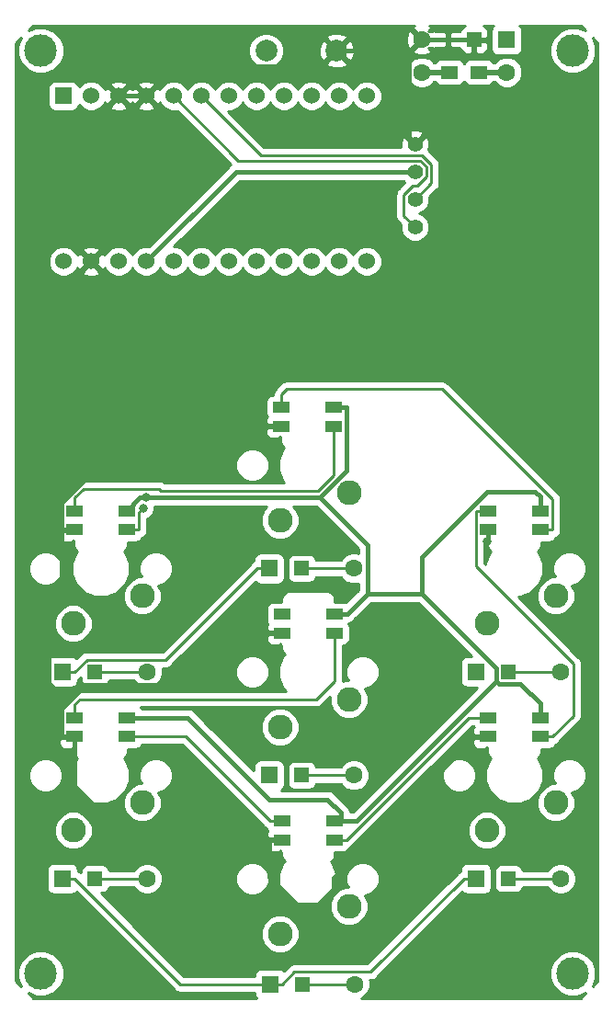
<source format=gbl>
G04 #@! TF.GenerationSoftware,KiCad,Pcbnew,5.0.2-bee76a0~70~ubuntu18.04.1*
G04 #@! TF.CreationDate,2019-05-23T01:45:31+09:00*
G04 #@! TF.ProjectId,meishi666,6d656973-6869-4363-9636-2e6b69636164,rev?*
G04 #@! TF.SameCoordinates,Original*
G04 #@! TF.FileFunction,Copper,L2,Bot*
G04 #@! TF.FilePolarity,Positive*
%FSLAX46Y46*%
G04 Gerber Fmt 4.6, Leading zero omitted, Abs format (unit mm)*
G04 Created by KiCad (PCBNEW 5.0.2-bee76a0~70~ubuntu18.04.1) date 2019年05月23日 01時45分31秒*
%MOMM*%
%LPD*%
G01*
G04 APERTURE LIST*
G04 #@! TA.AperFunction,ComponentPad*
%ADD10C,1.524000*%
G04 #@! TD*
G04 #@! TA.AperFunction,ComponentPad*
%ADD11R,1.524000X1.524000*%
G04 #@! TD*
G04 #@! TA.AperFunction,SMDPad,CuDef*
%ADD12R,1.600000X1.000000*%
G04 #@! TD*
G04 #@! TA.AperFunction,ComponentPad*
%ADD13C,2.286000*%
G04 #@! TD*
G04 #@! TA.AperFunction,WasherPad*
%ADD14C,3.000000*%
G04 #@! TD*
G04 #@! TA.AperFunction,Conductor*
%ADD15R,4.000000X0.250000*%
G04 #@! TD*
G04 #@! TA.AperFunction,SMDPad,CuDef*
%ADD16R,1.340000X1.340000*%
G04 #@! TD*
G04 #@! TA.AperFunction,ComponentPad*
%ADD17C,1.600000*%
G04 #@! TD*
G04 #@! TA.AperFunction,ComponentPad*
%ADD18R,1.600000X1.600000*%
G04 #@! TD*
G04 #@! TA.AperFunction,ComponentPad*
%ADD19C,1.397000*%
G04 #@! TD*
G04 #@! TA.AperFunction,ComponentPad*
%ADD20C,2.000000*%
G04 #@! TD*
G04 #@! TA.AperFunction,Conductor*
%ADD21R,2.900000X0.500000*%
G04 #@! TD*
G04 #@! TA.AperFunction,SMDPad,CuDef*
%ADD22R,1.500000X1.200000*%
G04 #@! TD*
G04 #@! TA.AperFunction,ViaPad*
%ADD23C,0.800000*%
G04 #@! TD*
G04 #@! TA.AperFunction,Conductor*
%ADD24C,0.250000*%
G04 #@! TD*
G04 #@! TA.AperFunction,Conductor*
%ADD25C,0.400000*%
G04 #@! TD*
G04 #@! TA.AperFunction,Conductor*
%ADD26C,0.254000*%
G04 #@! TD*
G04 APERTURE END LIST*
D10*
G04 #@! TO.P,U1,24*
G04 #@! TO.N,Net-(U1-Pad24)*
X76080000Y-48415000D03*
G04 #@! TO.P,U1,12*
G04 #@! TO.N,Net-(U1-Pad12)*
X104020000Y-33175000D03*
G04 #@! TO.P,U1,23*
G04 #@! TO.N,GND*
X78620000Y-48415000D03*
G04 #@! TO.P,U1,22*
G04 #@! TO.N,RST*
X81160000Y-48415000D03*
G04 #@! TO.P,U1,21*
G04 #@! TO.N,VCC*
X83700000Y-48415000D03*
G04 #@! TO.P,U1,20*
G04 #@! TO.N,COL0*
X86240000Y-48415000D03*
G04 #@! TO.P,U1,19*
G04 #@! TO.N,COL1*
X88780000Y-48415000D03*
G04 #@! TO.P,U1,18*
G04 #@! TO.N,COL2*
X91320000Y-48415000D03*
G04 #@! TO.P,U1,17*
G04 #@! TO.N,Net-(U1-Pad17)*
X93860000Y-48415000D03*
G04 #@! TO.P,U1,16*
G04 #@! TO.N,Net-(U1-Pad16)*
X96400000Y-48415000D03*
G04 #@! TO.P,U1,15*
G04 #@! TO.N,Net-(U1-Pad15)*
X98940000Y-48415000D03*
G04 #@! TO.P,U1,14*
G04 #@! TO.N,Net-(U1-Pad14)*
X101480000Y-48415000D03*
G04 #@! TO.P,U1,13*
G04 #@! TO.N,AUDIO*
X104020000Y-48415000D03*
G04 #@! TO.P,U1,11*
G04 #@! TO.N,Net-(U1-Pad11)*
X101480000Y-33175000D03*
G04 #@! TO.P,U1,10*
G04 #@! TO.N,Net-(U1-Pad10)*
X98940000Y-33175000D03*
G04 #@! TO.P,U1,9*
G04 #@! TO.N,ROW2*
X96400000Y-33175000D03*
G04 #@! TO.P,U1,8*
G04 #@! TO.N,ROW1*
X93860000Y-33175000D03*
G04 #@! TO.P,U1,7*
G04 #@! TO.N,ROW0*
X91320000Y-33175000D03*
G04 #@! TO.P,U1,6*
G04 #@! TO.N,SCL*
X88780000Y-33175000D03*
G04 #@! TO.P,U1,5*
G04 #@! TO.N,SDA*
X86240000Y-33175000D03*
G04 #@! TO.P,U1,4*
G04 #@! TO.N,GND*
X83700000Y-33175000D03*
G04 #@! TO.P,U1,3*
X81160000Y-33175000D03*
G04 #@! TO.P,U1,2*
G04 #@! TO.N,Net-(U1-Pad2)*
X78620000Y-33175000D03*
D11*
G04 #@! TO.P,U1,1*
G04 #@! TO.N,LED*
X76080000Y-33175000D03*
G04 #@! TD*
D12*
G04 #@! TO.P,L4,2*
G04 #@! TO.N,GND*
X115209000Y-92185000D03*
G04 #@! TO.P,L4,1*
G04 #@! TO.N,Net-(L4-Pad1)*
X115209000Y-90435000D03*
G04 #@! TO.P,L4,4*
G04 #@! TO.N,VCC*
X120009000Y-90435000D03*
G04 #@! TO.P,L4,3*
G04 #@! TO.N,Net-(L3-Pad1)*
X120009000Y-92185000D03*
G04 #@! TD*
D13*
G04 #@! TO.P,SW1,1*
G04 #@! TO.N,COL0*
X76969000Y-81785000D03*
G04 #@! TO.P,SW1,2*
G04 #@! TO.N,Net-(D1-Pad2)*
X83319000Y-79245000D03*
G04 #@! TD*
D14*
G04 #@! TO.P,Ref3,*
G04 #@! TO.N,*
X123000000Y-114000000D03*
G04 #@! TD*
G04 #@! TO.P,Ref2,*
G04 #@! TO.N,*
X74000000Y-114000000D03*
G04 #@! TD*
G04 #@! TO.P,Ref0,*
G04 #@! TO.N,*
X74000000Y-29000000D03*
G04 #@! TD*
D12*
G04 #@! TO.P,L1,2*
G04 #@! TO.N,GND*
X77109000Y-73135000D03*
G04 #@! TO.P,L1,1*
G04 #@! TO.N,Net-(L1-Pad1)*
X77109000Y-71385000D03*
G04 #@! TO.P,L1,4*
G04 #@! TO.N,VCC*
X81909000Y-71385000D03*
G04 #@! TO.P,L1,3*
G04 #@! TO.N,LED*
X81909000Y-73135000D03*
G04 #@! TD*
G04 #@! TO.P,L2,2*
G04 #@! TO.N,GND*
X96159000Y-63610000D03*
G04 #@! TO.P,L2,1*
G04 #@! TO.N,Net-(L2-Pad1)*
X96159000Y-61860000D03*
G04 #@! TO.P,L2,4*
G04 #@! TO.N,VCC*
X100959000Y-61860000D03*
G04 #@! TO.P,L2,3*
G04 #@! TO.N,Net-(L1-Pad1)*
X100959000Y-63610000D03*
G04 #@! TD*
G04 #@! TO.P,L3,2*
G04 #@! TO.N,GND*
X115209000Y-73135000D03*
G04 #@! TO.P,L3,1*
G04 #@! TO.N,Net-(L3-Pad1)*
X115209000Y-71385000D03*
G04 #@! TO.P,L3,4*
G04 #@! TO.N,VCC*
X120009000Y-71385000D03*
G04 #@! TO.P,L3,3*
G04 #@! TO.N,Net-(L2-Pad1)*
X120009000Y-73135000D03*
G04 #@! TD*
G04 #@! TO.P,L6,2*
G04 #@! TO.N,GND*
X77109000Y-92185000D03*
G04 #@! TO.P,L6,1*
G04 #@! TO.N,Net-(L6-Pad1)*
X77109000Y-90435000D03*
G04 #@! TO.P,L6,4*
G04 #@! TO.N,VCC*
X81909000Y-90435000D03*
G04 #@! TO.P,L6,3*
G04 #@! TO.N,Net-(L5-Pad1)*
X81909000Y-92185000D03*
G04 #@! TD*
G04 #@! TO.P,L5,2*
G04 #@! TO.N,GND*
X96219000Y-101710000D03*
G04 #@! TO.P,L5,1*
G04 #@! TO.N,Net-(L5-Pad1)*
X96219000Y-99960000D03*
G04 #@! TO.P,L5,4*
G04 #@! TO.N,VCC*
X101019000Y-99960000D03*
G04 #@! TO.P,L5,3*
G04 #@! TO.N,Net-(L4-Pad1)*
X101019000Y-101710000D03*
G04 #@! TD*
G04 #@! TO.P,L7,2*
G04 #@! TO.N,GND*
X96219000Y-82660000D03*
G04 #@! TO.P,L7,1*
G04 #@! TO.N,Net-(L7-Pad1)*
X96219000Y-80910000D03*
G04 #@! TO.P,L7,4*
G04 #@! TO.N,VCC*
X101019000Y-80910000D03*
G04 #@! TO.P,L7,3*
G04 #@! TO.N,Net-(L6-Pad1)*
X101019000Y-82660000D03*
G04 #@! TD*
D13*
G04 #@! TO.P,SW2,1*
G04 #@! TO.N,COL1*
X96019000Y-72260000D03*
G04 #@! TO.P,SW2,2*
G04 #@! TO.N,Net-(D2-Pad2)*
X102369000Y-69720000D03*
G04 #@! TD*
G04 #@! TO.P,SW3,1*
G04 #@! TO.N,COL2*
X115069000Y-81785000D03*
G04 #@! TO.P,SW3,2*
G04 #@! TO.N,Net-(D3-Pad2)*
X121419000Y-79245000D03*
G04 #@! TD*
G04 #@! TO.P,SW4,1*
G04 #@! TO.N,COL1*
X96019000Y-91310000D03*
G04 #@! TO.P,SW4,2*
G04 #@! TO.N,Net-(D4-Pad2)*
X102369000Y-88770000D03*
G04 #@! TD*
G04 #@! TO.P,SW5,1*
G04 #@! TO.N,COL0*
X76969000Y-100835000D03*
G04 #@! TO.P,SW5,2*
G04 #@! TO.N,Net-(D5-Pad2)*
X83319000Y-98295000D03*
G04 #@! TD*
G04 #@! TO.P,SW6,1*
G04 #@! TO.N,COL1*
X96019000Y-110360000D03*
G04 #@! TO.P,SW6,2*
G04 #@! TO.N,Net-(D6-Pad2)*
X102369000Y-107820000D03*
G04 #@! TD*
G04 #@! TO.P,SW7,1*
G04 #@! TO.N,COL2*
X115069000Y-100835000D03*
G04 #@! TO.P,SW7,2*
G04 #@! TO.N,Net-(D7-Pad2)*
X121419000Y-98295000D03*
G04 #@! TD*
D15*
G04 #@! TO.N,Net-(D1-Pad2)*
G04 #@! TO.C,D1*
X81390000Y-86230000D03*
D16*
G04 #@! TD*
G04 #@! TO.P,D1,2*
G04 #@! TO.N,Net-(D1-Pad2)*
X78980000Y-86230000D03*
D17*
G04 #@! TO.P,D1,2*
G04 #@! TO.N,Net-(D1-Pad2)*
X83790000Y-86230000D03*
D18*
G04 #@! TO.P,D1,1*
G04 #@! TO.N,ROW0*
X75990000Y-86230000D03*
G04 #@! TD*
D15*
G04 #@! TO.N,Net-(D2-Pad2)*
G04 #@! TO.C,D2*
X100440000Y-76705000D03*
D16*
G04 #@! TD*
G04 #@! TO.P,D2,2*
G04 #@! TO.N,Net-(D2-Pad2)*
X98030000Y-76705000D03*
D17*
G04 #@! TO.P,D2,2*
G04 #@! TO.N,Net-(D2-Pad2)*
X102840000Y-76705000D03*
D18*
G04 #@! TO.P,D2,1*
G04 #@! TO.N,ROW0*
X95040000Y-76705000D03*
G04 #@! TD*
G04 #@! TO.P,D3,1*
G04 #@! TO.N,ROW0*
X114090000Y-86230000D03*
D17*
G04 #@! TO.P,D3,2*
G04 #@! TO.N,Net-(D3-Pad2)*
X121890000Y-86230000D03*
D16*
X117080000Y-86230000D03*
D15*
G04 #@! TD*
G04 #@! TO.N,Net-(D3-Pad2)*
G04 #@! TO.C,D3*
X119490000Y-86230000D03*
G04 #@! TO.N,Net-(D4-Pad2)*
G04 #@! TO.C,D4*
X100440000Y-95755000D03*
D16*
G04 #@! TD*
G04 #@! TO.P,D4,2*
G04 #@! TO.N,Net-(D4-Pad2)*
X98030000Y-95755000D03*
D17*
G04 #@! TO.P,D4,2*
G04 #@! TO.N,Net-(D4-Pad2)*
X102840000Y-95755000D03*
D18*
G04 #@! TO.P,D4,1*
G04 #@! TO.N,ROW1*
X95040000Y-95755000D03*
G04 #@! TD*
G04 #@! TO.P,D5,1*
G04 #@! TO.N,ROW2*
X75990000Y-105280000D03*
D17*
G04 #@! TO.P,D5,2*
G04 #@! TO.N,Net-(D5-Pad2)*
X83790000Y-105280000D03*
D16*
X78980000Y-105280000D03*
D15*
G04 #@! TD*
G04 #@! TO.N,Net-(D5-Pad2)*
G04 #@! TO.C,D5*
X81390000Y-105280000D03*
G04 #@! TO.N,Net-(D6-Pad2)*
G04 #@! TO.C,D6*
X100500000Y-115000000D03*
D16*
G04 #@! TD*
G04 #@! TO.P,D6,2*
G04 #@! TO.N,Net-(D6-Pad2)*
X98090000Y-115000000D03*
D17*
G04 #@! TO.P,D6,2*
G04 #@! TO.N,Net-(D6-Pad2)*
X102900000Y-115000000D03*
D18*
G04 #@! TO.P,D6,1*
G04 #@! TO.N,ROW2*
X95100000Y-115000000D03*
G04 #@! TD*
G04 #@! TO.P,D7,1*
G04 #@! TO.N,ROW2*
X114090000Y-105280000D03*
D17*
G04 #@! TO.P,D7,2*
G04 #@! TO.N,Net-(D7-Pad2)*
X121890000Y-105280000D03*
D16*
X117080000Y-105280000D03*
D15*
G04 #@! TD*
G04 #@! TO.N,Net-(D7-Pad2)*
G04 #@! TO.C,D7*
X119490000Y-105280000D03*
D19*
G04 #@! TO.P,J1,1*
G04 #@! TO.N,SDA*
X108465000Y-45240000D03*
G04 #@! TO.P,J1,2*
G04 #@! TO.N,SCL*
X108465000Y-42700000D03*
G04 #@! TO.P,J1,3*
G04 #@! TO.N,VCC*
X108465000Y-40160000D03*
G04 #@! TO.P,J1,4*
G04 #@! TO.N,GND*
X108465000Y-37620000D03*
G04 #@! TD*
D20*
G04 #@! TO.P,SW8,2*
G04 #@! TO.N,RST*
X94750000Y-29000000D03*
G04 #@! TO.P,SW8,1*
G04 #@! TO.N,GND*
X101250000Y-29000000D03*
G04 #@! TD*
D15*
G04 #@! TO.N,GND*
G04 #@! TO.C,D8*
X111500000Y-28000000D03*
D16*
G04 #@! TD*
G04 #@! TO.P,D8,2*
G04 #@! TO.N,GND*
X113910000Y-28000000D03*
D17*
G04 #@! TO.P,D8,2*
G04 #@! TO.N,GND*
X109100000Y-28000000D03*
D18*
G04 #@! TO.P,D8,1*
G04 #@! TO.N,Net-(D8-Pad1)*
X116900000Y-28000000D03*
G04 #@! TD*
D21*
G04 #@! TO.N,Net-(D8-Pad1)*
G04 #@! TO.C,R1*
X115500000Y-31000000D03*
D22*
G04 #@! TD*
G04 #@! TO.P,R1,2*
G04 #@! TO.N,Net-(D8-Pad1)*
X114350000Y-31000000D03*
G04 #@! TO.P,R1,1*
G04 #@! TO.N,AUDIO*
X111650000Y-31000000D03*
D21*
G04 #@! TD*
G04 #@! TO.N,AUDIO*
G04 #@! TO.C,R1*
X110500000Y-31000000D03*
D17*
G04 #@! TO.P,R1,2*
G04 #@! TO.N,Net-(D8-Pad1)*
X116900000Y-31000000D03*
G04 #@! TO.P,R1,1*
G04 #@! TO.N,AUDIO*
X109100000Y-31000000D03*
G04 #@! TD*
D14*
G04 #@! TO.P,Ref1,*
G04 #@! TO.N,*
X123000000Y-29000000D03*
G04 #@! TD*
D23*
G04 #@! TO.N,GND*
X115107300Y-74244000D03*
X105290000Y-90135000D03*
X102115000Y-54575000D03*
X93860000Y-56480000D03*
X84335000Y-42510000D03*
X95765000Y-42510000D03*
X121800000Y-32985000D03*
X102115000Y-42510000D03*
X90685000Y-74260000D03*
X84970000Y-59655000D03*
X88780000Y-39970000D03*
G04 #@! TO.N,VCC*
X83700000Y-70152700D03*
G04 #@! TO.N,LED*
X83412500Y-71159600D03*
G04 #@! TD*
D24*
G04 #@! TO.N,Net-(D1-Pad2)*
X78980000Y-86230000D02*
X81390000Y-86230000D01*
X83790000Y-86230000D02*
X81390000Y-86230000D01*
G04 #@! TO.N,ROW0*
X75990000Y-86230000D02*
X77115300Y-86230000D01*
X95040000Y-76705000D02*
X93914700Y-76705000D01*
X93914700Y-76705000D02*
X85515000Y-85104700D01*
X85515000Y-85104700D02*
X78240600Y-85104700D01*
X78240600Y-85104700D02*
X77115300Y-86230000D01*
G04 #@! TO.N,Net-(D2-Pad2)*
X98030000Y-76705000D02*
X100440000Y-76705000D01*
X102840000Y-76705000D02*
X100440000Y-76705000D01*
G04 #@! TO.N,Net-(D3-Pad2)*
X117080000Y-86230000D02*
X119490000Y-86230000D01*
X119490000Y-86230000D02*
X121890000Y-86230000D01*
G04 #@! TO.N,Net-(D4-Pad2)*
X98030000Y-95755000D02*
X100440000Y-95755000D01*
X102840000Y-95755000D02*
X100440000Y-95755000D01*
G04 #@! TO.N,Net-(D5-Pad2)*
X78980000Y-105280000D02*
X81390000Y-105280000D01*
X81390000Y-105280000D02*
X83790000Y-105280000D01*
G04 #@! TO.N,ROW2*
X95100000Y-115000000D02*
X96225300Y-115000000D01*
X114090000Y-105280000D02*
X112964700Y-105280000D01*
X112964700Y-105280000D02*
X104370000Y-113874700D01*
X104370000Y-113874700D02*
X97350600Y-113874700D01*
X97350600Y-113874700D02*
X96225300Y-115000000D01*
X75990000Y-105280000D02*
X77115300Y-105280000D01*
X77115300Y-105280000D02*
X86835300Y-115000000D01*
X86835300Y-115000000D02*
X95100000Y-115000000D01*
G04 #@! TO.N,Net-(D6-Pad2)*
X98090000Y-115000000D02*
X100500000Y-115000000D01*
X102900000Y-115000000D02*
X100500000Y-115000000D01*
G04 #@! TO.N,Net-(D7-Pad2)*
X117080000Y-105280000D02*
X119490000Y-105280000D01*
X119490000Y-105280000D02*
X121890000Y-105280000D01*
D25*
G04 #@! TO.N,GND*
X115209000Y-73135000D02*
X115209000Y-74142300D01*
X115209000Y-74142300D02*
X115107300Y-74244000D01*
X101250000Y-29000000D02*
X99849600Y-30400400D01*
X99849600Y-30400400D02*
X86474600Y-30400400D01*
X86474600Y-30400400D02*
X83700000Y-33175000D01*
X107886200Y-29000000D02*
X101250000Y-29000000D01*
X82935500Y-63610000D02*
X96159000Y-63610000D01*
X75908700Y-73135000D02*
X75908700Y-70636800D01*
X75908700Y-70636800D02*
X82935500Y-63610000D01*
X78620000Y-48415000D02*
X82935500Y-52730500D01*
X82935500Y-52730500D02*
X82935500Y-63610000D01*
X76525100Y-89005400D02*
X74759800Y-87240200D01*
X74759800Y-87240200D02*
X74759800Y-81211200D01*
X74759800Y-81211200D02*
X75908700Y-80062300D01*
X75908700Y-80062300D02*
X75908700Y-73135000D01*
X96219000Y-82660000D02*
X91967400Y-82660000D01*
X91967400Y-82660000D02*
X87197000Y-87430400D01*
X87197000Y-87430400D02*
X78100100Y-87430400D01*
X78100100Y-87430400D02*
X76525100Y-89005400D01*
X81160000Y-33175000D02*
X83700000Y-33175000D01*
X95018700Y-101710000D02*
X82077900Y-101710000D01*
X82077900Y-101710000D02*
X77109000Y-96741100D01*
X77109000Y-96741100D02*
X77109000Y-92185000D01*
X96219000Y-101710000D02*
X95018700Y-101710000D01*
X115209000Y-92185000D02*
X114008700Y-92185000D01*
X114008700Y-92185000D02*
X101007700Y-105186000D01*
X101007700Y-105186000D02*
X101007700Y-106240200D01*
X101007700Y-106240200D02*
X99557700Y-107690200D01*
X99557700Y-107690200D02*
X97560000Y-107690200D01*
X97560000Y-107690200D02*
X95018700Y-105148900D01*
X95018700Y-105148900D02*
X95018700Y-101710000D01*
X76525100Y-89005400D02*
X75908700Y-89621800D01*
X75908700Y-89621800D02*
X75908700Y-92185000D01*
X77109000Y-73135000D02*
X75908700Y-73135000D01*
X77109000Y-92185000D02*
X75908700Y-92185000D01*
X113910000Y-28000000D02*
X111500000Y-28000000D01*
X109100000Y-28000000D02*
X109099700Y-28000000D01*
X111500000Y-28000000D02*
X109100000Y-28000000D01*
X107886200Y-29000000D02*
X108099700Y-29000000D01*
X108099700Y-29000000D02*
X109099700Y-28000000D01*
X108465000Y-37620000D02*
X107886200Y-37041200D01*
X107886200Y-37041200D02*
X107886200Y-29000000D01*
G04 #@! TO.N,VCC*
X109098500Y-79049200D02*
X115970000Y-85920700D01*
X115970000Y-85920700D02*
X115970000Y-87058800D01*
X104080100Y-79049200D02*
X109098500Y-79049200D01*
X109098500Y-79049200D02*
X109098500Y-75618800D01*
X109098500Y-75618800D02*
X115115600Y-69601700D01*
X115115600Y-69601700D02*
X119551600Y-69601700D01*
X119551600Y-69601700D02*
X120009000Y-70059100D01*
X120009000Y-70059100D02*
X120009000Y-71385000D01*
X104080100Y-79049200D02*
X102219300Y-80910000D01*
X99676400Y-70152700D02*
X104080100Y-74556400D01*
X104080100Y-74556400D02*
X104080100Y-79049200D01*
X115970000Y-87058800D02*
X116223600Y-87312400D01*
X116223600Y-87312400D02*
X118188900Y-87312400D01*
X118188900Y-87312400D02*
X120009000Y-89132500D01*
X120009000Y-89132500D02*
X120009000Y-90435000D01*
X102219300Y-99960000D02*
X103068800Y-99960000D01*
X103068800Y-99960000D02*
X115970000Y-87058800D01*
X99676400Y-70152700D02*
X102159300Y-67669800D01*
X102159300Y-67669800D02*
X102159300Y-61860000D01*
X83700000Y-70152700D02*
X99676400Y-70152700D01*
X101019000Y-80910000D02*
X102219300Y-80910000D01*
X101619200Y-99960000D02*
X101619200Y-99183200D01*
X101619200Y-99183200D02*
X100398900Y-97962900D01*
X100398900Y-97962900D02*
X95051800Y-97962900D01*
X95051800Y-97962900D02*
X87523900Y-90435000D01*
X87523900Y-90435000D02*
X81909000Y-90435000D01*
X101619200Y-99960000D02*
X102219300Y-99960000D01*
X101019000Y-99960000D02*
X101619200Y-99960000D01*
X100959000Y-61860000D02*
X102159300Y-61860000D01*
X81909000Y-71385000D02*
X83141300Y-70152700D01*
X83141300Y-70152700D02*
X83700000Y-70152700D01*
X108465000Y-40160000D02*
X91955000Y-40160000D01*
X91955000Y-40160000D02*
X83700000Y-48415000D01*
D24*
G04 #@! TO.N,SCL*
X108465000Y-42700000D02*
X109959600Y-41205400D01*
X109959600Y-41205400D02*
X109959600Y-39499200D01*
X109959600Y-39499200D02*
X109112800Y-38652400D01*
X109112800Y-38652400D02*
X94257400Y-38652400D01*
X94257400Y-38652400D02*
X88780000Y-33175000D01*
G04 #@! TO.N,SDA*
X108465000Y-45240000D02*
X107441100Y-44216100D01*
X107441100Y-44216100D02*
X107441100Y-42261700D01*
X107441100Y-42261700D02*
X108272800Y-41430000D01*
X108272800Y-41430000D02*
X108659300Y-41430000D01*
X108659300Y-41430000D02*
X109509300Y-40580000D01*
X109509300Y-40580000D02*
X109509300Y-39685800D01*
X109509300Y-39685800D02*
X108959700Y-39136200D01*
X108959700Y-39136200D02*
X92201200Y-39136200D01*
X92201200Y-39136200D02*
X86240000Y-33175000D01*
G04 #@! TO.N,Net-(L1-Pad1)*
X100959000Y-63610000D02*
X100959000Y-68127100D01*
X100959000Y-68127100D02*
X99559800Y-69526300D01*
X99559800Y-69526300D02*
X85041300Y-69526300D01*
X85041300Y-69526300D02*
X84871900Y-69356900D01*
X84871900Y-69356900D02*
X77931600Y-69356900D01*
X77931600Y-69356900D02*
X77109000Y-70179500D01*
X77109000Y-70179500D02*
X77109000Y-71385000D01*
G04 #@! TO.N,LED*
X81909000Y-73135000D02*
X83034300Y-73135000D01*
X83034300Y-73135000D02*
X83034300Y-71537800D01*
X83034300Y-71537800D02*
X83412500Y-71159600D01*
G04 #@! TO.N,Net-(L2-Pad1)*
X120009000Y-73135000D02*
X121134300Y-73135000D01*
X121134300Y-73135000D02*
X121134300Y-70353000D01*
X121134300Y-70353000D02*
X110940900Y-60159600D01*
X110940900Y-60159600D02*
X96666500Y-60159600D01*
X96666500Y-60159600D02*
X96159000Y-60667100D01*
X96159000Y-60667100D02*
X96159000Y-61860000D01*
G04 #@! TO.N,Net-(L3-Pad1)*
X114083700Y-71385000D02*
X114083700Y-76491000D01*
X114083700Y-76491000D02*
X123040800Y-85448100D01*
X123040800Y-85448100D02*
X123040800Y-90278500D01*
X123040800Y-90278500D02*
X121134300Y-92185000D01*
X120009000Y-92185000D02*
X121134300Y-92185000D01*
X115209000Y-71385000D02*
X114083700Y-71385000D01*
G04 #@! TO.N,Net-(L4-Pad1)*
X101019000Y-101710000D02*
X102144300Y-101710000D01*
X102144300Y-101710000D02*
X113419300Y-90435000D01*
X113419300Y-90435000D02*
X115209000Y-90435000D01*
G04 #@! TO.N,Net-(L5-Pad1)*
X96219000Y-99960000D02*
X95093700Y-99960000D01*
X95093700Y-99960000D02*
X87318700Y-92185000D01*
X87318700Y-92185000D02*
X81909000Y-92185000D01*
G04 #@! TO.N,Net-(L6-Pad1)*
X101019000Y-82660000D02*
X101019000Y-87050800D01*
X101019000Y-87050800D02*
X99335100Y-88734700D01*
X99335100Y-88734700D02*
X77615600Y-88734700D01*
X77615600Y-88734700D02*
X77109000Y-89241300D01*
X77109000Y-89241300D02*
X77109000Y-90435000D01*
G04 #@! TO.N,Net-(D8-Pad1)*
X114350000Y-31000000D02*
X115500000Y-31000000D01*
X116900000Y-31000000D02*
X115500000Y-31000000D01*
G04 #@! TO.N,AUDIO*
X110500000Y-31000000D02*
X111650000Y-31000000D01*
X109100000Y-31000000D02*
X110500000Y-31000000D01*
G04 #@! TD*
D26*
G04 #@! TO.N,GND*
G36*
X108345995Y-26746136D02*
X108271861Y-26992255D01*
X108912828Y-27633223D01*
X108865000Y-27748690D01*
X108865000Y-27778750D01*
X108959248Y-27872998D01*
X108865000Y-27872998D01*
X108865000Y-27944605D01*
X108092255Y-27171861D01*
X107846136Y-27245995D01*
X107653035Y-27783223D01*
X107680222Y-28353454D01*
X107846136Y-28754005D01*
X108092255Y-28828139D01*
X108865000Y-28055395D01*
X108865000Y-28127002D01*
X108959248Y-28127002D01*
X108865000Y-28221250D01*
X108865000Y-28251310D01*
X108912828Y-28366777D01*
X108271861Y-29007745D01*
X108345995Y-29253864D01*
X108883223Y-29446965D01*
X109453454Y-29419778D01*
X109854005Y-29253864D01*
X109928139Y-29007745D01*
X109680394Y-28760000D01*
X110039606Y-28760000D01*
X110107745Y-28828139D01*
X110333961Y-28760000D01*
X111214250Y-28760000D01*
X111373000Y-28601250D01*
X111373000Y-28062500D01*
X111627000Y-28062500D01*
X111627000Y-28601250D01*
X111785750Y-28760000D01*
X112605000Y-28760000D01*
X112605000Y-28796310D01*
X112701673Y-29029699D01*
X112880302Y-29208327D01*
X113113691Y-29305000D01*
X113624250Y-29305000D01*
X113783000Y-29146250D01*
X113783000Y-28695096D01*
X113859698Y-28663327D01*
X114037000Y-28486026D01*
X114037000Y-29146250D01*
X114195750Y-29305000D01*
X114706309Y-29305000D01*
X114939698Y-29208327D01*
X115118327Y-29029699D01*
X115215000Y-28796310D01*
X115215000Y-28285750D01*
X115056250Y-28127000D01*
X114040750Y-28127000D01*
X113976250Y-28062500D01*
X111627000Y-28062500D01*
X111373000Y-28062500D01*
X111353000Y-28062500D01*
X111353000Y-27937500D01*
X111373000Y-27937500D01*
X111373000Y-27398750D01*
X111214250Y-27240000D01*
X110333961Y-27240000D01*
X110107745Y-27171861D01*
X110039606Y-27240000D01*
X109680394Y-27240000D01*
X109928139Y-26992255D01*
X109854005Y-26746136D01*
X109753471Y-26710000D01*
X113077478Y-26710000D01*
X112880302Y-26791673D01*
X112701673Y-26970301D01*
X112605000Y-27203690D01*
X112605000Y-27240000D01*
X111785750Y-27240000D01*
X111627000Y-27398750D01*
X111627000Y-27937500D01*
X113976250Y-27937500D01*
X114040750Y-27873000D01*
X115056250Y-27873000D01*
X115215000Y-27714250D01*
X115215000Y-27203690D01*
X115118327Y-26970301D01*
X114939698Y-26791673D01*
X114742522Y-26710000D01*
X115690368Y-26710000D01*
X115642191Y-26742191D01*
X115501843Y-26952235D01*
X115452560Y-27200000D01*
X115452560Y-28800000D01*
X115501843Y-29047765D01*
X115642191Y-29257809D01*
X115852235Y-29398157D01*
X116100000Y-29447440D01*
X117700000Y-29447440D01*
X117947765Y-29398157D01*
X118157809Y-29257809D01*
X118298157Y-29047765D01*
X118347440Y-28800000D01*
X118347440Y-27200000D01*
X118298157Y-26952235D01*
X118157809Y-26742191D01*
X118109632Y-26710000D01*
X123705910Y-26710000D01*
X124169372Y-27173462D01*
X123424678Y-26865000D01*
X122575322Y-26865000D01*
X121790620Y-27190034D01*
X121190034Y-27790620D01*
X120865000Y-28575322D01*
X120865000Y-29424678D01*
X121190034Y-30209380D01*
X121790620Y-30809966D01*
X122575322Y-31135000D01*
X123424678Y-31135000D01*
X124209380Y-30809966D01*
X124809966Y-30209380D01*
X125135000Y-29424678D01*
X125135000Y-28575322D01*
X124826538Y-27830629D01*
X125290001Y-28294092D01*
X125290000Y-114705909D01*
X124826538Y-115169371D01*
X125135000Y-114424678D01*
X125135000Y-113575322D01*
X124809966Y-112790620D01*
X124209380Y-112190034D01*
X123424678Y-111865000D01*
X122575322Y-111865000D01*
X121790620Y-112190034D01*
X121190034Y-112790620D01*
X120865000Y-113575322D01*
X120865000Y-114424678D01*
X121190034Y-115209380D01*
X121790620Y-115809966D01*
X122575322Y-116135000D01*
X123424678Y-116135000D01*
X124169372Y-115826538D01*
X123705910Y-116290000D01*
X103535500Y-116290000D01*
X103712862Y-116216534D01*
X104116534Y-115812862D01*
X104335000Y-115285439D01*
X104335000Y-114714561D01*
X104302528Y-114636167D01*
X104370000Y-114649588D01*
X104444847Y-114634700D01*
X104444852Y-114634700D01*
X104666537Y-114590604D01*
X104917929Y-114422629D01*
X104960331Y-114359170D01*
X112811965Y-106507538D01*
X112832191Y-106537809D01*
X113042235Y-106678157D01*
X113290000Y-106727440D01*
X114890000Y-106727440D01*
X115137765Y-106678157D01*
X115347809Y-106537809D01*
X115488157Y-106327765D01*
X115537440Y-106080000D01*
X115537440Y-104610000D01*
X115762560Y-104610000D01*
X115762560Y-105950000D01*
X115811843Y-106197765D01*
X115952191Y-106407809D01*
X116162235Y-106548157D01*
X116410000Y-106597440D01*
X117750000Y-106597440D01*
X117997765Y-106548157D01*
X118207809Y-106407809D01*
X118348157Y-106197765D01*
X118377064Y-106052440D01*
X120656723Y-106052440D01*
X120673466Y-106092862D01*
X121077138Y-106496534D01*
X121604561Y-106715000D01*
X122175439Y-106715000D01*
X122702862Y-106496534D01*
X123106534Y-106092862D01*
X123325000Y-105565439D01*
X123325000Y-104994561D01*
X123106534Y-104467138D01*
X122702862Y-104063466D01*
X122175439Y-103845000D01*
X121604561Y-103845000D01*
X121077138Y-104063466D01*
X120673466Y-104467138D01*
X120656723Y-104507560D01*
X118377064Y-104507560D01*
X118348157Y-104362235D01*
X118207809Y-104152191D01*
X117997765Y-104011843D01*
X117750000Y-103962560D01*
X116410000Y-103962560D01*
X116162235Y-104011843D01*
X115952191Y-104152191D01*
X115811843Y-104362235D01*
X115762560Y-104610000D01*
X115537440Y-104610000D01*
X115537440Y-104480000D01*
X115488157Y-104232235D01*
X115347809Y-104022191D01*
X115137765Y-103881843D01*
X114890000Y-103832560D01*
X113290000Y-103832560D01*
X113042235Y-103881843D01*
X112832191Y-104022191D01*
X112691843Y-104232235D01*
X112642560Y-104480000D01*
X112642560Y-104581204D01*
X112480226Y-104689671D01*
X112480224Y-104689673D01*
X112416771Y-104732071D01*
X112374373Y-104795524D01*
X104055199Y-113114700D01*
X97425448Y-113114700D01*
X97350600Y-113099812D01*
X97275752Y-113114700D01*
X97275748Y-113114700D01*
X97054063Y-113158796D01*
X96802671Y-113326771D01*
X96760271Y-113390227D01*
X96378036Y-113772462D01*
X96357809Y-113742191D01*
X96147765Y-113601843D01*
X95900000Y-113552560D01*
X94300000Y-113552560D01*
X94052235Y-113601843D01*
X93842191Y-113742191D01*
X93701843Y-113952235D01*
X93652560Y-114200000D01*
X93652560Y-114240000D01*
X87150102Y-114240000D01*
X82916436Y-110006334D01*
X94241000Y-110006334D01*
X94241000Y-110713666D01*
X94511684Y-111367156D01*
X95011844Y-111867316D01*
X95665334Y-112138000D01*
X96372666Y-112138000D01*
X97026156Y-111867316D01*
X97526316Y-111367156D01*
X97797000Y-110713666D01*
X97797000Y-110006334D01*
X97526316Y-109352844D01*
X97026156Y-108852684D01*
X96372666Y-108582000D01*
X95665334Y-108582000D01*
X95011844Y-108852684D01*
X94511684Y-109352844D01*
X94241000Y-110006334D01*
X82916436Y-110006334D01*
X79507541Y-106597440D01*
X79650000Y-106597440D01*
X79897765Y-106548157D01*
X80107809Y-106407809D01*
X80248157Y-106197765D01*
X80277064Y-106052440D01*
X82556723Y-106052440D01*
X82573466Y-106092862D01*
X82977138Y-106496534D01*
X83504561Y-106715000D01*
X84075439Y-106715000D01*
X84602862Y-106496534D01*
X85006534Y-106092862D01*
X85225000Y-105565439D01*
X85225000Y-104994561D01*
X85216761Y-104974670D01*
X91944000Y-104974670D01*
X91944000Y-105585330D01*
X92177690Y-106149507D01*
X92609493Y-106581310D01*
X93173670Y-106815000D01*
X93784330Y-106815000D01*
X94348507Y-106581310D01*
X94780310Y-106149507D01*
X95014000Y-105585330D01*
X95014000Y-104974670D01*
X94780310Y-104410493D01*
X94348507Y-103978690D01*
X93784330Y-103745000D01*
X93173670Y-103745000D01*
X92609493Y-103978690D01*
X92177690Y-104410493D01*
X91944000Y-104974670D01*
X85216761Y-104974670D01*
X85006534Y-104467138D01*
X84602862Y-104063466D01*
X84075439Y-103845000D01*
X83504561Y-103845000D01*
X82977138Y-104063466D01*
X82573466Y-104467138D01*
X82556723Y-104507560D01*
X80277064Y-104507560D01*
X80248157Y-104362235D01*
X80107809Y-104152191D01*
X79897765Y-104011843D01*
X79650000Y-103962560D01*
X78310000Y-103962560D01*
X78062235Y-104011843D01*
X77852191Y-104152191D01*
X77711843Y-104362235D01*
X77662560Y-104610000D01*
X77662560Y-104731624D01*
X77437440Y-104581203D01*
X77437440Y-104480000D01*
X77388157Y-104232235D01*
X77247809Y-104022191D01*
X77037765Y-103881843D01*
X76790000Y-103832560D01*
X75190000Y-103832560D01*
X74942235Y-103881843D01*
X74732191Y-104022191D01*
X74591843Y-104232235D01*
X74542560Y-104480000D01*
X74542560Y-106080000D01*
X74591843Y-106327765D01*
X74732191Y-106537809D01*
X74942235Y-106678157D01*
X75190000Y-106727440D01*
X76790000Y-106727440D01*
X77037765Y-106678157D01*
X77247809Y-106537809D01*
X77268036Y-106507537D01*
X86244971Y-115484473D01*
X86287371Y-115547929D01*
X86350827Y-115590329D01*
X86538762Y-115715904D01*
X86575226Y-115723157D01*
X86760448Y-115760000D01*
X86760452Y-115760000D01*
X86835300Y-115774888D01*
X86910148Y-115760000D01*
X93652560Y-115760000D01*
X93652560Y-115800000D01*
X93701843Y-116047765D01*
X93842191Y-116257809D01*
X93890368Y-116290000D01*
X73294091Y-116290000D01*
X72830629Y-115826538D01*
X73575322Y-116135000D01*
X74424678Y-116135000D01*
X75209380Y-115809966D01*
X75809966Y-115209380D01*
X76135000Y-114424678D01*
X76135000Y-113575322D01*
X75809966Y-112790620D01*
X75209380Y-112190034D01*
X74424678Y-111865000D01*
X73575322Y-111865000D01*
X72790620Y-112190034D01*
X72190034Y-112790620D01*
X71865000Y-113575322D01*
X71865000Y-114424678D01*
X72173462Y-115169372D01*
X71710000Y-114705910D01*
X71710000Y-100481334D01*
X75191000Y-100481334D01*
X75191000Y-101188666D01*
X75461684Y-101842156D01*
X75961844Y-102342316D01*
X76615334Y-102613000D01*
X77322666Y-102613000D01*
X77976156Y-102342316D01*
X78476316Y-101842156D01*
X78747000Y-101188666D01*
X78747000Y-100481334D01*
X78476316Y-99827844D01*
X77976156Y-99327684D01*
X77322666Y-99057000D01*
X76615334Y-99057000D01*
X75961844Y-99327684D01*
X75461684Y-99827844D01*
X75191000Y-100481334D01*
X71710000Y-100481334D01*
X71710000Y-95449670D01*
X72894000Y-95449670D01*
X72894000Y-96060330D01*
X73127690Y-96624507D01*
X73559493Y-97056310D01*
X74123670Y-97290000D01*
X74734330Y-97290000D01*
X75298507Y-97056310D01*
X75730310Y-96624507D01*
X75964000Y-96060330D01*
X75964000Y-95449670D01*
X75730310Y-94885493D01*
X75298507Y-94453690D01*
X74734330Y-94220000D01*
X74123670Y-94220000D01*
X73559493Y-94453690D01*
X73127690Y-94885493D01*
X72894000Y-95449670D01*
X71710000Y-95449670D01*
X71710000Y-85430000D01*
X74542560Y-85430000D01*
X74542560Y-87030000D01*
X74591843Y-87277765D01*
X74732191Y-87487809D01*
X74942235Y-87628157D01*
X75190000Y-87677440D01*
X76790000Y-87677440D01*
X77037765Y-87628157D01*
X77247809Y-87487809D01*
X77388157Y-87277765D01*
X77437440Y-87030000D01*
X77437440Y-86928797D01*
X77662560Y-86778376D01*
X77662560Y-86900000D01*
X77711843Y-87147765D01*
X77852191Y-87357809D01*
X78062235Y-87498157D01*
X78310000Y-87547440D01*
X79650000Y-87547440D01*
X79897765Y-87498157D01*
X80107809Y-87357809D01*
X80248157Y-87147765D01*
X80277064Y-87002440D01*
X82556723Y-87002440D01*
X82573466Y-87042862D01*
X82977138Y-87446534D01*
X83504561Y-87665000D01*
X84075439Y-87665000D01*
X84602862Y-87446534D01*
X85006534Y-87042862D01*
X85225000Y-86515439D01*
X85225000Y-85944561D01*
X85216761Y-85924670D01*
X91944000Y-85924670D01*
X91944000Y-86535330D01*
X92177690Y-87099507D01*
X92609493Y-87531310D01*
X93173670Y-87765000D01*
X93784330Y-87765000D01*
X94348507Y-87531310D01*
X94780310Y-87099507D01*
X95014000Y-86535330D01*
X95014000Y-85924670D01*
X94780310Y-85360493D01*
X94348507Y-84928690D01*
X93784330Y-84695000D01*
X93173670Y-84695000D01*
X92609493Y-84928690D01*
X92177690Y-85360493D01*
X91944000Y-85924670D01*
X85216761Y-85924670D01*
X85191920Y-85864700D01*
X85440153Y-85864700D01*
X85515000Y-85879588D01*
X85589847Y-85864700D01*
X85589852Y-85864700D01*
X85811537Y-85820604D01*
X86062929Y-85652629D01*
X86105331Y-85589170D01*
X93761964Y-77932538D01*
X93782191Y-77962809D01*
X93992235Y-78103157D01*
X94240000Y-78152440D01*
X95840000Y-78152440D01*
X96087765Y-78103157D01*
X96297809Y-77962809D01*
X96438157Y-77752765D01*
X96487440Y-77505000D01*
X96487440Y-75905000D01*
X96438157Y-75657235D01*
X96297809Y-75447191D01*
X96087765Y-75306843D01*
X95840000Y-75257560D01*
X94240000Y-75257560D01*
X93992235Y-75306843D01*
X93782191Y-75447191D01*
X93641843Y-75657235D01*
X93592560Y-75905000D01*
X93592560Y-76006203D01*
X93431118Y-76114076D01*
X93366771Y-76157071D01*
X93324371Y-76220527D01*
X85200199Y-84344700D01*
X78315448Y-84344700D01*
X78240600Y-84329812D01*
X78165752Y-84344700D01*
X78165748Y-84344700D01*
X77944063Y-84388796D01*
X77692671Y-84556771D01*
X77650271Y-84620227D01*
X77268036Y-85002462D01*
X77247809Y-84972191D01*
X77037765Y-84831843D01*
X76790000Y-84782560D01*
X75190000Y-84782560D01*
X74942235Y-84831843D01*
X74732191Y-84972191D01*
X74591843Y-85182235D01*
X74542560Y-85430000D01*
X71710000Y-85430000D01*
X71710000Y-81431334D01*
X75191000Y-81431334D01*
X75191000Y-82138666D01*
X75461684Y-82792156D01*
X75961844Y-83292316D01*
X76615334Y-83563000D01*
X77322666Y-83563000D01*
X77976156Y-83292316D01*
X78476316Y-82792156D01*
X78747000Y-82138666D01*
X78747000Y-81431334D01*
X78476316Y-80777844D01*
X77976156Y-80277684D01*
X77322666Y-80007000D01*
X76615334Y-80007000D01*
X75961844Y-80277684D01*
X75461684Y-80777844D01*
X75191000Y-81431334D01*
X71710000Y-81431334D01*
X71710000Y-76399670D01*
X72894000Y-76399670D01*
X72894000Y-77010330D01*
X73127690Y-77574507D01*
X73559493Y-78006310D01*
X74123670Y-78240000D01*
X74734330Y-78240000D01*
X75298507Y-78006310D01*
X75730310Y-77574507D01*
X75964000Y-77010330D01*
X75964000Y-76399670D01*
X75730310Y-75835493D01*
X75298507Y-75403690D01*
X74734330Y-75170000D01*
X74123670Y-75170000D01*
X73559493Y-75403690D01*
X73127690Y-75835493D01*
X72894000Y-76399670D01*
X71710000Y-76399670D01*
X71710000Y-70885000D01*
X75661560Y-70885000D01*
X75661560Y-71885000D01*
X75710843Y-72132765D01*
X75791900Y-72254074D01*
X75770673Y-72275301D01*
X75674000Y-72508690D01*
X75674000Y-72849250D01*
X75832750Y-73008000D01*
X76982000Y-73008000D01*
X76982000Y-72988000D01*
X77049001Y-72988000D01*
X77049001Y-73282000D01*
X76982000Y-73282000D01*
X76982000Y-73262000D01*
X75832750Y-73262000D01*
X75674000Y-73420750D01*
X75674000Y-73761310D01*
X75770673Y-73994699D01*
X75949302Y-74173327D01*
X76182691Y-74270000D01*
X76823250Y-74270000D01*
X76981998Y-74111252D01*
X76981998Y-74270000D01*
X77049001Y-74270000D01*
X77049001Y-74440069D01*
X77035091Y-74510000D01*
X77090195Y-74787028D01*
X77247119Y-75021881D01*
X77383300Y-75112874D01*
X77280326Y-75215848D01*
X76880100Y-76182079D01*
X76880100Y-77227921D01*
X77280326Y-78194152D01*
X78019848Y-78933674D01*
X78986079Y-79333900D01*
X80031921Y-79333900D01*
X80998152Y-78933674D01*
X81040492Y-78891334D01*
X81541000Y-78891334D01*
X81541000Y-79598666D01*
X81811684Y-80252156D01*
X82311844Y-80752316D01*
X82965334Y-81023000D01*
X83672666Y-81023000D01*
X84326156Y-80752316D01*
X84826316Y-80252156D01*
X85097000Y-79598666D01*
X85097000Y-78891334D01*
X84827209Y-78240000D01*
X84894330Y-78240000D01*
X85458507Y-78006310D01*
X85890310Y-77574507D01*
X86124000Y-77010330D01*
X86124000Y-76399670D01*
X85890310Y-75835493D01*
X85458507Y-75403690D01*
X84894330Y-75170000D01*
X84283670Y-75170000D01*
X83719493Y-75403690D01*
X83287690Y-75835493D01*
X83054000Y-76399670D01*
X83054000Y-77010330D01*
X83243159Y-77467000D01*
X82965334Y-77467000D01*
X82311844Y-77737684D01*
X81811684Y-78237844D01*
X81541000Y-78891334D01*
X81040492Y-78891334D01*
X81737674Y-78194152D01*
X82137900Y-77227921D01*
X82137900Y-76182079D01*
X81737674Y-75215848D01*
X81634700Y-75112874D01*
X81770881Y-75021881D01*
X81927805Y-74787028D01*
X81982909Y-74510000D01*
X81969000Y-74440074D01*
X81969000Y-74282440D01*
X82709000Y-74282440D01*
X82956765Y-74233157D01*
X83166809Y-74092809D01*
X83307157Y-73882765D01*
X83312780Y-73854496D01*
X83330837Y-73850904D01*
X83582229Y-73682929D01*
X83750204Y-73431537D01*
X83809189Y-73135000D01*
X83794300Y-73060148D01*
X83794300Y-72121729D01*
X83998780Y-72037031D01*
X84289931Y-71745880D01*
X84447500Y-71365474D01*
X84447500Y-70987700D01*
X94776828Y-70987700D01*
X94511684Y-71252844D01*
X94241000Y-71906334D01*
X94241000Y-72613666D01*
X94511684Y-73267156D01*
X95011844Y-73767316D01*
X95665334Y-74038000D01*
X96372666Y-74038000D01*
X97026156Y-73767316D01*
X97526316Y-73267156D01*
X97797000Y-72613666D01*
X97797000Y-71906334D01*
X97526316Y-71252844D01*
X97261172Y-70987700D01*
X99330533Y-70987700D01*
X103245100Y-74902269D01*
X103245100Y-75319565D01*
X103125439Y-75270000D01*
X102554561Y-75270000D01*
X102027138Y-75488466D01*
X101623466Y-75892138D01*
X101606723Y-75932560D01*
X99327064Y-75932560D01*
X99298157Y-75787235D01*
X99157809Y-75577191D01*
X98947765Y-75436843D01*
X98700000Y-75387560D01*
X97360000Y-75387560D01*
X97112235Y-75436843D01*
X96902191Y-75577191D01*
X96761843Y-75787235D01*
X96712560Y-76035000D01*
X96712560Y-77375000D01*
X96761843Y-77622765D01*
X96902191Y-77832809D01*
X97112235Y-77973157D01*
X97360000Y-78022440D01*
X98700000Y-78022440D01*
X98947765Y-77973157D01*
X99157809Y-77832809D01*
X99298157Y-77622765D01*
X99327064Y-77477440D01*
X101606723Y-77477440D01*
X101623466Y-77517862D01*
X102027138Y-77921534D01*
X102554561Y-78140000D01*
X103125439Y-78140000D01*
X103245101Y-78090434D01*
X103245101Y-78703331D01*
X102108622Y-79839811D01*
X102066765Y-79811843D01*
X101819000Y-79762560D01*
X101079000Y-79762560D01*
X101079000Y-79604926D01*
X101092909Y-79535000D01*
X101037805Y-79257972D01*
X100880881Y-79023119D01*
X100646028Y-78866195D01*
X100438926Y-78825000D01*
X100438925Y-78825000D01*
X100369000Y-78811091D01*
X100299074Y-78825000D01*
X96938925Y-78825000D01*
X96869000Y-78811091D01*
X96799074Y-78825000D01*
X96591972Y-78866195D01*
X96357119Y-79023119D01*
X96200195Y-79257972D01*
X96145091Y-79535000D01*
X96159000Y-79604926D01*
X96159000Y-79762560D01*
X95419000Y-79762560D01*
X95171235Y-79811843D01*
X94961191Y-79952191D01*
X94820843Y-80162235D01*
X94771560Y-80410000D01*
X94771560Y-81410000D01*
X94820843Y-81657765D01*
X94901900Y-81779074D01*
X94880673Y-81800301D01*
X94784000Y-82033690D01*
X94784000Y-82374250D01*
X94942750Y-82533000D01*
X96092000Y-82533000D01*
X96092000Y-82513000D01*
X96159001Y-82513000D01*
X96159001Y-82807000D01*
X96092000Y-82807000D01*
X96092000Y-82787000D01*
X94942750Y-82787000D01*
X94784000Y-82945750D01*
X94784000Y-83286310D01*
X94880673Y-83519699D01*
X95059302Y-83698327D01*
X95292691Y-83795000D01*
X95933250Y-83795000D01*
X96091998Y-83636252D01*
X96091998Y-83795000D01*
X96159001Y-83795000D01*
X96159001Y-83965069D01*
X96145091Y-84035000D01*
X96200195Y-84312028D01*
X96357119Y-84546881D01*
X96457332Y-84613842D01*
X96330326Y-84740848D01*
X95930100Y-85707079D01*
X95930100Y-86752921D01*
X96330326Y-87719152D01*
X96585874Y-87974700D01*
X77690448Y-87974700D01*
X77615600Y-87959812D01*
X77540752Y-87974700D01*
X77540748Y-87974700D01*
X77319063Y-88018796D01*
X77067671Y-88186771D01*
X77025271Y-88250228D01*
X76624530Y-88650969D01*
X76561071Y-88693371D01*
X76393096Y-88944764D01*
X76349000Y-89166449D01*
X76349000Y-89166453D01*
X76334112Y-89241300D01*
X76343314Y-89287560D01*
X76309000Y-89287560D01*
X76061235Y-89336843D01*
X75851191Y-89477191D01*
X75710843Y-89687235D01*
X75661560Y-89935000D01*
X75661560Y-90935000D01*
X75710843Y-91182765D01*
X75791900Y-91304074D01*
X75770673Y-91325301D01*
X75674000Y-91558690D01*
X75674000Y-91899250D01*
X75832750Y-92058000D01*
X76982000Y-92058000D01*
X76982000Y-92038000D01*
X77049001Y-92038000D01*
X77049001Y-92332000D01*
X76982000Y-92332000D01*
X76982000Y-92312000D01*
X75832750Y-92312000D01*
X75674000Y-92470750D01*
X75674000Y-92811310D01*
X75770673Y-93044699D01*
X75949302Y-93223327D01*
X76182691Y-93320000D01*
X76823250Y-93320000D01*
X76981998Y-93161252D01*
X76981998Y-93320000D01*
X77049001Y-93320000D01*
X77049001Y-93490069D01*
X77035091Y-93560000D01*
X77090195Y-93837028D01*
X77247119Y-94071881D01*
X77383300Y-94162874D01*
X77280326Y-94265848D01*
X76880100Y-95232079D01*
X76880100Y-96277921D01*
X77280326Y-97244152D01*
X78019848Y-97983674D01*
X78986079Y-98383900D01*
X80031921Y-98383900D01*
X80998152Y-97983674D01*
X81040492Y-97941334D01*
X81541000Y-97941334D01*
X81541000Y-98648666D01*
X81811684Y-99302156D01*
X82311844Y-99802316D01*
X82965334Y-100073000D01*
X83672666Y-100073000D01*
X84326156Y-99802316D01*
X84826316Y-99302156D01*
X85097000Y-98648666D01*
X85097000Y-97941334D01*
X84827209Y-97290000D01*
X84894330Y-97290000D01*
X85458507Y-97056310D01*
X85890310Y-96624507D01*
X86124000Y-96060330D01*
X86124000Y-95449670D01*
X85890310Y-94885493D01*
X85458507Y-94453690D01*
X84894330Y-94220000D01*
X84283670Y-94220000D01*
X83719493Y-94453690D01*
X83287690Y-94885493D01*
X83054000Y-95449670D01*
X83054000Y-96060330D01*
X83243159Y-96517000D01*
X82965334Y-96517000D01*
X82311844Y-96787684D01*
X81811684Y-97287844D01*
X81541000Y-97941334D01*
X81040492Y-97941334D01*
X81737674Y-97244152D01*
X82137900Y-96277921D01*
X82137900Y-95232079D01*
X81737674Y-94265848D01*
X81634700Y-94162874D01*
X81770881Y-94071881D01*
X81927805Y-93837028D01*
X81982909Y-93560000D01*
X81969000Y-93490074D01*
X81969000Y-93332440D01*
X82709000Y-93332440D01*
X82956765Y-93283157D01*
X83166809Y-93142809D01*
X83298982Y-92945000D01*
X87003899Y-92945000D01*
X94503373Y-100444476D01*
X94545771Y-100507929D01*
X94609224Y-100550327D01*
X94609226Y-100550329D01*
X94701289Y-100611843D01*
X94797163Y-100675904D01*
X94815220Y-100679496D01*
X94820843Y-100707765D01*
X94901900Y-100829074D01*
X94880673Y-100850301D01*
X94784000Y-101083690D01*
X94784000Y-101424250D01*
X94942750Y-101583000D01*
X96092000Y-101583000D01*
X96092000Y-101563000D01*
X96159001Y-101563000D01*
X96159001Y-101857000D01*
X96092000Y-101857000D01*
X96092000Y-101837000D01*
X94942750Y-101837000D01*
X94784000Y-101995750D01*
X94784000Y-102336310D01*
X94880673Y-102569699D01*
X95059302Y-102748327D01*
X95292691Y-102845000D01*
X95933250Y-102845000D01*
X96091998Y-102686252D01*
X96091998Y-102845000D01*
X96159001Y-102845000D01*
X96159001Y-103015069D01*
X96145091Y-103085000D01*
X96200195Y-103362028D01*
X96357119Y-103596881D01*
X96457332Y-103663842D01*
X96330326Y-103790848D01*
X95930100Y-104757079D01*
X95930100Y-105802921D01*
X96330326Y-106769152D01*
X97069848Y-107508674D01*
X98036079Y-107908900D01*
X99081921Y-107908900D01*
X100048152Y-107508674D01*
X100090492Y-107466334D01*
X100591000Y-107466334D01*
X100591000Y-108173666D01*
X100861684Y-108827156D01*
X101361844Y-109327316D01*
X102015334Y-109598000D01*
X102722666Y-109598000D01*
X103376156Y-109327316D01*
X103876316Y-108827156D01*
X104147000Y-108173666D01*
X104147000Y-107466334D01*
X103877209Y-106815000D01*
X103944330Y-106815000D01*
X104508507Y-106581310D01*
X104940310Y-106149507D01*
X105174000Y-105585330D01*
X105174000Y-104974670D01*
X104940310Y-104410493D01*
X104508507Y-103978690D01*
X103944330Y-103745000D01*
X103333670Y-103745000D01*
X102769493Y-103978690D01*
X102337690Y-104410493D01*
X102104000Y-104974670D01*
X102104000Y-105585330D01*
X102293159Y-106042000D01*
X102015334Y-106042000D01*
X101361844Y-106312684D01*
X100861684Y-106812844D01*
X100591000Y-107466334D01*
X100090492Y-107466334D01*
X100787674Y-106769152D01*
X101187900Y-105802921D01*
X101187900Y-104757079D01*
X100787674Y-103790848D01*
X100708733Y-103711907D01*
X100880881Y-103596881D01*
X101037805Y-103362028D01*
X101092909Y-103085000D01*
X101079000Y-103015074D01*
X101079000Y-102857440D01*
X101819000Y-102857440D01*
X102066765Y-102808157D01*
X102276809Y-102667809D01*
X102417157Y-102457765D01*
X102422780Y-102429496D01*
X102440837Y-102425904D01*
X102692229Y-102257929D01*
X102734631Y-102194470D01*
X104447767Y-100481334D01*
X113291000Y-100481334D01*
X113291000Y-101188666D01*
X113561684Y-101842156D01*
X114061844Y-102342316D01*
X114715334Y-102613000D01*
X115422666Y-102613000D01*
X116076156Y-102342316D01*
X116576316Y-101842156D01*
X116847000Y-101188666D01*
X116847000Y-100481334D01*
X116576316Y-99827844D01*
X116076156Y-99327684D01*
X115422666Y-99057000D01*
X114715334Y-99057000D01*
X114061844Y-99327684D01*
X113561684Y-99827844D01*
X113291000Y-100481334D01*
X104447767Y-100481334D01*
X109479431Y-95449670D01*
X110994000Y-95449670D01*
X110994000Y-96060330D01*
X111227690Y-96624507D01*
X111659493Y-97056310D01*
X112223670Y-97290000D01*
X112834330Y-97290000D01*
X113398507Y-97056310D01*
X113830310Y-96624507D01*
X114064000Y-96060330D01*
X114064000Y-95449670D01*
X113830310Y-94885493D01*
X113398507Y-94453690D01*
X112834330Y-94220000D01*
X112223670Y-94220000D01*
X111659493Y-94453690D01*
X111227690Y-94885493D01*
X110994000Y-95449670D01*
X109479431Y-95449670D01*
X113734102Y-91195000D01*
X113819018Y-91195000D01*
X113891900Y-91304074D01*
X113870673Y-91325301D01*
X113774000Y-91558690D01*
X113774000Y-91899250D01*
X113932750Y-92058000D01*
X115082000Y-92058000D01*
X115082000Y-92038000D01*
X115149001Y-92038000D01*
X115149001Y-92332000D01*
X115082000Y-92332000D01*
X115082000Y-92312000D01*
X113932750Y-92312000D01*
X113774000Y-92470750D01*
X113774000Y-92811310D01*
X113870673Y-93044699D01*
X114049302Y-93223327D01*
X114282691Y-93320000D01*
X114923250Y-93320000D01*
X115081998Y-93161252D01*
X115081998Y-93320000D01*
X115149001Y-93320000D01*
X115149001Y-93490069D01*
X115135091Y-93560000D01*
X115190195Y-93837028D01*
X115347119Y-94071881D01*
X115483300Y-94162874D01*
X115380326Y-94265848D01*
X114980100Y-95232079D01*
X114980100Y-96277921D01*
X115380326Y-97244152D01*
X116119848Y-97983674D01*
X117086079Y-98383900D01*
X118131921Y-98383900D01*
X119098152Y-97983674D01*
X119140492Y-97941334D01*
X119641000Y-97941334D01*
X119641000Y-98648666D01*
X119911684Y-99302156D01*
X120411844Y-99802316D01*
X121065334Y-100073000D01*
X121772666Y-100073000D01*
X122426156Y-99802316D01*
X122926316Y-99302156D01*
X123197000Y-98648666D01*
X123197000Y-97941334D01*
X122927209Y-97290000D01*
X122994330Y-97290000D01*
X123558507Y-97056310D01*
X123990310Y-96624507D01*
X124224000Y-96060330D01*
X124224000Y-95449670D01*
X123990310Y-94885493D01*
X123558507Y-94453690D01*
X122994330Y-94220000D01*
X122383670Y-94220000D01*
X121819493Y-94453690D01*
X121387690Y-94885493D01*
X121154000Y-95449670D01*
X121154000Y-96060330D01*
X121343159Y-96517000D01*
X121065334Y-96517000D01*
X120411844Y-96787684D01*
X119911684Y-97287844D01*
X119641000Y-97941334D01*
X119140492Y-97941334D01*
X119837674Y-97244152D01*
X120237900Y-96277921D01*
X120237900Y-95232079D01*
X119837674Y-94265848D01*
X119734700Y-94162874D01*
X119870881Y-94071881D01*
X120027805Y-93837028D01*
X120082909Y-93560000D01*
X120069000Y-93490074D01*
X120069000Y-93332440D01*
X120809000Y-93332440D01*
X121056765Y-93283157D01*
X121266809Y-93142809D01*
X121407157Y-92932765D01*
X121412780Y-92904496D01*
X121430837Y-92900904D01*
X121682229Y-92732929D01*
X121724631Y-92669470D01*
X123525273Y-90868829D01*
X123588729Y-90826429D01*
X123756704Y-90575037D01*
X123800800Y-90353352D01*
X123800800Y-90353348D01*
X123815688Y-90278501D01*
X123800800Y-90203654D01*
X123800800Y-85522946D01*
X123815688Y-85448099D01*
X123800800Y-85373252D01*
X123800800Y-85373248D01*
X123756704Y-85151563D01*
X123701766Y-85069342D01*
X123631129Y-84963626D01*
X123631127Y-84963624D01*
X123588729Y-84900171D01*
X123525276Y-84857773D01*
X118001402Y-79333900D01*
X118131921Y-79333900D01*
X119098152Y-78933674D01*
X119140492Y-78891334D01*
X119641000Y-78891334D01*
X119641000Y-79598666D01*
X119911684Y-80252156D01*
X120411844Y-80752316D01*
X121065334Y-81023000D01*
X121772666Y-81023000D01*
X122426156Y-80752316D01*
X122926316Y-80252156D01*
X123197000Y-79598666D01*
X123197000Y-78891334D01*
X122927209Y-78240000D01*
X122994330Y-78240000D01*
X123558507Y-78006310D01*
X123990310Y-77574507D01*
X124224000Y-77010330D01*
X124224000Y-76399670D01*
X123990310Y-75835493D01*
X123558507Y-75403690D01*
X122994330Y-75170000D01*
X122383670Y-75170000D01*
X121819493Y-75403690D01*
X121387690Y-75835493D01*
X121154000Y-76399670D01*
X121154000Y-77010330D01*
X121343159Y-77467000D01*
X121065334Y-77467000D01*
X120411844Y-77737684D01*
X119911684Y-78237844D01*
X119641000Y-78891334D01*
X119140492Y-78891334D01*
X119837674Y-78194152D01*
X120237900Y-77227921D01*
X120237900Y-76182079D01*
X119837674Y-75215848D01*
X119734700Y-75112874D01*
X119870881Y-75021881D01*
X120027805Y-74787028D01*
X120082909Y-74510000D01*
X120069000Y-74440074D01*
X120069000Y-74282440D01*
X120809000Y-74282440D01*
X121056765Y-74233157D01*
X121266809Y-74092809D01*
X121407157Y-73882765D01*
X121412780Y-73854496D01*
X121430837Y-73850904D01*
X121682229Y-73682929D01*
X121850204Y-73431537D01*
X121909189Y-73135000D01*
X121894300Y-73060148D01*
X121894300Y-70427848D01*
X121909188Y-70353000D01*
X121894300Y-70278152D01*
X121894300Y-70278148D01*
X121850204Y-70056463D01*
X121682229Y-69805071D01*
X121618773Y-69762671D01*
X111531231Y-59675130D01*
X111488829Y-59611671D01*
X111237437Y-59443696D01*
X111015752Y-59399600D01*
X111015747Y-59399600D01*
X110940900Y-59384712D01*
X110866053Y-59399600D01*
X96741346Y-59399600D01*
X96666499Y-59384712D01*
X96591652Y-59399600D01*
X96591648Y-59399600D01*
X96369963Y-59443696D01*
X96369961Y-59443697D01*
X96369962Y-59443697D01*
X96182026Y-59569271D01*
X96182024Y-59569273D01*
X96118571Y-59611671D01*
X96076172Y-59675125D01*
X95674529Y-60076770D01*
X95611071Y-60119171D01*
X95443096Y-60370564D01*
X95399000Y-60592249D01*
X95399000Y-60592253D01*
X95384112Y-60667100D01*
X95393155Y-60712560D01*
X95359000Y-60712560D01*
X95111235Y-60761843D01*
X94901191Y-60902191D01*
X94760843Y-61112235D01*
X94711560Y-61360000D01*
X94711560Y-62360000D01*
X94760843Y-62607765D01*
X94841900Y-62729074D01*
X94820673Y-62750301D01*
X94724000Y-62983690D01*
X94724000Y-63324250D01*
X94882750Y-63483000D01*
X96032000Y-63483000D01*
X96032000Y-63463000D01*
X96099001Y-63463000D01*
X96099001Y-63757000D01*
X96032000Y-63757000D01*
X96032000Y-63737000D01*
X94882750Y-63737000D01*
X94724000Y-63895750D01*
X94724000Y-64236310D01*
X94820673Y-64469699D01*
X94999302Y-64648327D01*
X95232691Y-64745000D01*
X95873250Y-64745000D01*
X96031998Y-64586252D01*
X96031998Y-64745000D01*
X96099001Y-64745000D01*
X96099001Y-64915069D01*
X96085091Y-64985000D01*
X96140195Y-65262028D01*
X96297119Y-65496881D01*
X96433300Y-65587874D01*
X96330326Y-65690848D01*
X95930100Y-66657079D01*
X95930100Y-67702921D01*
X96330326Y-68669152D01*
X96427474Y-68766300D01*
X85355967Y-68766300D01*
X85168437Y-68640996D01*
X84946752Y-68596900D01*
X84946747Y-68596900D01*
X84871900Y-68582012D01*
X84797053Y-68596900D01*
X78006446Y-68596900D01*
X77931599Y-68582012D01*
X77856752Y-68596900D01*
X77856748Y-68596900D01*
X77635063Y-68640996D01*
X77383671Y-68808971D01*
X77341271Y-68872427D01*
X76624530Y-69589169D01*
X76561071Y-69631571D01*
X76393096Y-69882964D01*
X76349000Y-70104649D01*
X76349000Y-70104653D01*
X76334112Y-70179500D01*
X76345661Y-70237560D01*
X76309000Y-70237560D01*
X76061235Y-70286843D01*
X75851191Y-70427191D01*
X75710843Y-70637235D01*
X75661560Y-70885000D01*
X71710000Y-70885000D01*
X71710000Y-66874670D01*
X91944000Y-66874670D01*
X91944000Y-67485330D01*
X92177690Y-68049507D01*
X92609493Y-68481310D01*
X93173670Y-68715000D01*
X93784330Y-68715000D01*
X94348507Y-68481310D01*
X94780310Y-68049507D01*
X95014000Y-67485330D01*
X95014000Y-66874670D01*
X94780310Y-66310493D01*
X94348507Y-65878690D01*
X93784330Y-65645000D01*
X93173670Y-65645000D01*
X92609493Y-65878690D01*
X92177690Y-66310493D01*
X91944000Y-66874670D01*
X71710000Y-66874670D01*
X71710000Y-48137119D01*
X74683000Y-48137119D01*
X74683000Y-48692881D01*
X74895680Y-49206337D01*
X75288663Y-49599320D01*
X75802119Y-49812000D01*
X76357881Y-49812000D01*
X76871337Y-49599320D01*
X77075444Y-49395213D01*
X77819392Y-49395213D01*
X77888857Y-49637397D01*
X78412302Y-49824144D01*
X78967368Y-49796362D01*
X79351143Y-49637397D01*
X79420608Y-49395213D01*
X78620000Y-48594605D01*
X77819392Y-49395213D01*
X77075444Y-49395213D01*
X77264320Y-49206337D01*
X77343428Y-49015353D01*
X77397603Y-49146143D01*
X77639787Y-49215608D01*
X78440395Y-48415000D01*
X78799605Y-48415000D01*
X79600213Y-49215608D01*
X79842397Y-49146143D01*
X79892535Y-49005607D01*
X79975680Y-49206337D01*
X80368663Y-49599320D01*
X80882119Y-49812000D01*
X81437881Y-49812000D01*
X81951337Y-49599320D01*
X82344320Y-49206337D01*
X82430000Y-48999487D01*
X82515680Y-49206337D01*
X82908663Y-49599320D01*
X83422119Y-49812000D01*
X83977881Y-49812000D01*
X84491337Y-49599320D01*
X84884320Y-49206337D01*
X84970000Y-48999487D01*
X85055680Y-49206337D01*
X85448663Y-49599320D01*
X85962119Y-49812000D01*
X86517881Y-49812000D01*
X87031337Y-49599320D01*
X87424320Y-49206337D01*
X87510000Y-48999487D01*
X87595680Y-49206337D01*
X87988663Y-49599320D01*
X88502119Y-49812000D01*
X89057881Y-49812000D01*
X89571337Y-49599320D01*
X89964320Y-49206337D01*
X90050000Y-48999487D01*
X90135680Y-49206337D01*
X90528663Y-49599320D01*
X91042119Y-49812000D01*
X91597881Y-49812000D01*
X92111337Y-49599320D01*
X92504320Y-49206337D01*
X92590000Y-48999487D01*
X92675680Y-49206337D01*
X93068663Y-49599320D01*
X93582119Y-49812000D01*
X94137881Y-49812000D01*
X94651337Y-49599320D01*
X95044320Y-49206337D01*
X95130000Y-48999487D01*
X95215680Y-49206337D01*
X95608663Y-49599320D01*
X96122119Y-49812000D01*
X96677881Y-49812000D01*
X97191337Y-49599320D01*
X97584320Y-49206337D01*
X97670000Y-48999487D01*
X97755680Y-49206337D01*
X98148663Y-49599320D01*
X98662119Y-49812000D01*
X99217881Y-49812000D01*
X99731337Y-49599320D01*
X100124320Y-49206337D01*
X100210000Y-48999487D01*
X100295680Y-49206337D01*
X100688663Y-49599320D01*
X101202119Y-49812000D01*
X101757881Y-49812000D01*
X102271337Y-49599320D01*
X102664320Y-49206337D01*
X102750000Y-48999487D01*
X102835680Y-49206337D01*
X103228663Y-49599320D01*
X103742119Y-49812000D01*
X104297881Y-49812000D01*
X104811337Y-49599320D01*
X105204320Y-49206337D01*
X105417000Y-48692881D01*
X105417000Y-48137119D01*
X105204320Y-47623663D01*
X104811337Y-47230680D01*
X104297881Y-47018000D01*
X103742119Y-47018000D01*
X103228663Y-47230680D01*
X102835680Y-47623663D01*
X102750000Y-47830513D01*
X102664320Y-47623663D01*
X102271337Y-47230680D01*
X101757881Y-47018000D01*
X101202119Y-47018000D01*
X100688663Y-47230680D01*
X100295680Y-47623663D01*
X100210000Y-47830513D01*
X100124320Y-47623663D01*
X99731337Y-47230680D01*
X99217881Y-47018000D01*
X98662119Y-47018000D01*
X98148663Y-47230680D01*
X97755680Y-47623663D01*
X97670000Y-47830513D01*
X97584320Y-47623663D01*
X97191337Y-47230680D01*
X96677881Y-47018000D01*
X96122119Y-47018000D01*
X95608663Y-47230680D01*
X95215680Y-47623663D01*
X95130000Y-47830513D01*
X95044320Y-47623663D01*
X94651337Y-47230680D01*
X94137881Y-47018000D01*
X93582119Y-47018000D01*
X93068663Y-47230680D01*
X92675680Y-47623663D01*
X92590000Y-47830513D01*
X92504320Y-47623663D01*
X92111337Y-47230680D01*
X91597881Y-47018000D01*
X91042119Y-47018000D01*
X90528663Y-47230680D01*
X90135680Y-47623663D01*
X90050000Y-47830513D01*
X89964320Y-47623663D01*
X89571337Y-47230680D01*
X89057881Y-47018000D01*
X88502119Y-47018000D01*
X87988663Y-47230680D01*
X87595680Y-47623663D01*
X87510000Y-47830513D01*
X87424320Y-47623663D01*
X87031337Y-47230680D01*
X86517881Y-47018000D01*
X86277867Y-47018000D01*
X92300868Y-40995000D01*
X107414146Y-40995000D01*
X107523572Y-41104426D01*
X106956627Y-41671371D01*
X106893172Y-41713771D01*
X106725197Y-41965163D01*
X106689246Y-42145903D01*
X106666212Y-42261700D01*
X106681101Y-42336552D01*
X106681100Y-44141253D01*
X106666212Y-44216100D01*
X106681100Y-44290947D01*
X106681100Y-44290951D01*
X106725196Y-44512636D01*
X106893171Y-44764029D01*
X106956630Y-44806431D01*
X107131500Y-44981301D01*
X107131500Y-45505250D01*
X107334513Y-45995367D01*
X107709633Y-46370487D01*
X108199750Y-46573500D01*
X108730250Y-46573500D01*
X109220367Y-46370487D01*
X109595487Y-45995367D01*
X109798500Y-45505250D01*
X109798500Y-44974750D01*
X109595487Y-44484633D01*
X109220367Y-44109513D01*
X108883553Y-43970000D01*
X109220367Y-43830487D01*
X109595487Y-43455367D01*
X109798500Y-42965250D01*
X109798500Y-42441302D01*
X110444073Y-41795729D01*
X110507529Y-41753329D01*
X110675504Y-41501937D01*
X110719600Y-41280252D01*
X110719600Y-41280248D01*
X110734488Y-41205400D01*
X110719600Y-41130552D01*
X110719600Y-39574046D01*
X110734488Y-39499199D01*
X110719600Y-39424352D01*
X110719600Y-39424348D01*
X110675504Y-39202663D01*
X110507529Y-38951271D01*
X110444073Y-38908871D01*
X109703131Y-38167930D01*
X109691802Y-38150975D01*
X109810927Y-37812520D01*
X109782148Y-37282801D01*
X109634800Y-36927071D01*
X109399188Y-36865417D01*
X108644605Y-37620000D01*
X108658748Y-37634143D01*
X108479143Y-37813748D01*
X108465000Y-37799605D01*
X108450858Y-37813748D01*
X108271253Y-37634143D01*
X108285395Y-37620000D01*
X107530812Y-36865417D01*
X107295200Y-36927071D01*
X107119073Y-37427480D01*
X107144332Y-37892400D01*
X94572203Y-37892400D01*
X93365615Y-36685812D01*
X107710417Y-36685812D01*
X108465000Y-37440395D01*
X109219583Y-36685812D01*
X109157929Y-36450200D01*
X108657520Y-36274073D01*
X108127801Y-36302852D01*
X107772071Y-36450200D01*
X107710417Y-36685812D01*
X93365615Y-36685812D01*
X91251802Y-34572000D01*
X91597881Y-34572000D01*
X92111337Y-34359320D01*
X92504320Y-33966337D01*
X92590000Y-33759487D01*
X92675680Y-33966337D01*
X93068663Y-34359320D01*
X93582119Y-34572000D01*
X94137881Y-34572000D01*
X94651337Y-34359320D01*
X95044320Y-33966337D01*
X95130000Y-33759487D01*
X95215680Y-33966337D01*
X95608663Y-34359320D01*
X96122119Y-34572000D01*
X96677881Y-34572000D01*
X97191337Y-34359320D01*
X97584320Y-33966337D01*
X97670000Y-33759487D01*
X97755680Y-33966337D01*
X98148663Y-34359320D01*
X98662119Y-34572000D01*
X99217881Y-34572000D01*
X99731337Y-34359320D01*
X100124320Y-33966337D01*
X100210000Y-33759487D01*
X100295680Y-33966337D01*
X100688663Y-34359320D01*
X101202119Y-34572000D01*
X101757881Y-34572000D01*
X102271337Y-34359320D01*
X102664320Y-33966337D01*
X102750000Y-33759487D01*
X102835680Y-33966337D01*
X103228663Y-34359320D01*
X103742119Y-34572000D01*
X104297881Y-34572000D01*
X104811337Y-34359320D01*
X105204320Y-33966337D01*
X105417000Y-33452881D01*
X105417000Y-32897119D01*
X105204320Y-32383663D01*
X104811337Y-31990680D01*
X104297881Y-31778000D01*
X103742119Y-31778000D01*
X103228663Y-31990680D01*
X102835680Y-32383663D01*
X102750000Y-32590513D01*
X102664320Y-32383663D01*
X102271337Y-31990680D01*
X101757881Y-31778000D01*
X101202119Y-31778000D01*
X100688663Y-31990680D01*
X100295680Y-32383663D01*
X100210000Y-32590513D01*
X100124320Y-32383663D01*
X99731337Y-31990680D01*
X99217881Y-31778000D01*
X98662119Y-31778000D01*
X98148663Y-31990680D01*
X97755680Y-32383663D01*
X97670000Y-32590513D01*
X97584320Y-32383663D01*
X97191337Y-31990680D01*
X96677881Y-31778000D01*
X96122119Y-31778000D01*
X95608663Y-31990680D01*
X95215680Y-32383663D01*
X95130000Y-32590513D01*
X95044320Y-32383663D01*
X94651337Y-31990680D01*
X94137881Y-31778000D01*
X93582119Y-31778000D01*
X93068663Y-31990680D01*
X92675680Y-32383663D01*
X92590000Y-32590513D01*
X92504320Y-32383663D01*
X92111337Y-31990680D01*
X91597881Y-31778000D01*
X91042119Y-31778000D01*
X90528663Y-31990680D01*
X90135680Y-32383663D01*
X90050000Y-32590513D01*
X89964320Y-32383663D01*
X89571337Y-31990680D01*
X89057881Y-31778000D01*
X88502119Y-31778000D01*
X87988663Y-31990680D01*
X87595680Y-32383663D01*
X87510000Y-32590513D01*
X87424320Y-32383663D01*
X87031337Y-31990680D01*
X86517881Y-31778000D01*
X85962119Y-31778000D01*
X85448663Y-31990680D01*
X85055680Y-32383663D01*
X84976572Y-32574647D01*
X84922397Y-32443857D01*
X84680213Y-32374392D01*
X83879605Y-33175000D01*
X84680213Y-33975608D01*
X84922397Y-33906143D01*
X84972535Y-33765607D01*
X85055680Y-33966337D01*
X85448663Y-34359320D01*
X85962119Y-34572000D01*
X86517881Y-34572000D01*
X86549218Y-34559020D01*
X91470012Y-39479814D01*
X91352999Y-39557999D01*
X91306415Y-39627717D01*
X83916133Y-47018000D01*
X83422119Y-47018000D01*
X82908663Y-47230680D01*
X82515680Y-47623663D01*
X82430000Y-47830513D01*
X82344320Y-47623663D01*
X81951337Y-47230680D01*
X81437881Y-47018000D01*
X80882119Y-47018000D01*
X80368663Y-47230680D01*
X79975680Y-47623663D01*
X79896572Y-47814647D01*
X79842397Y-47683857D01*
X79600213Y-47614392D01*
X78799605Y-48415000D01*
X78440395Y-48415000D01*
X77639787Y-47614392D01*
X77397603Y-47683857D01*
X77347465Y-47824393D01*
X77264320Y-47623663D01*
X77075444Y-47434787D01*
X77819392Y-47434787D01*
X78620000Y-48235395D01*
X79420608Y-47434787D01*
X79351143Y-47192603D01*
X78827698Y-47005856D01*
X78272632Y-47033638D01*
X77888857Y-47192603D01*
X77819392Y-47434787D01*
X77075444Y-47434787D01*
X76871337Y-47230680D01*
X76357881Y-47018000D01*
X75802119Y-47018000D01*
X75288663Y-47230680D01*
X74895680Y-47623663D01*
X74683000Y-48137119D01*
X71710000Y-48137119D01*
X71710000Y-32413000D01*
X74670560Y-32413000D01*
X74670560Y-33937000D01*
X74719843Y-34184765D01*
X74860191Y-34394809D01*
X75070235Y-34535157D01*
X75318000Y-34584440D01*
X76842000Y-34584440D01*
X77089765Y-34535157D01*
X77299809Y-34394809D01*
X77440157Y-34184765D01*
X77475653Y-34006310D01*
X77828663Y-34359320D01*
X78342119Y-34572000D01*
X78897881Y-34572000D01*
X79411337Y-34359320D01*
X79615444Y-34155213D01*
X80359392Y-34155213D01*
X80428857Y-34397397D01*
X80952302Y-34584144D01*
X81507368Y-34556362D01*
X81891143Y-34397397D01*
X81960608Y-34155213D01*
X82899392Y-34155213D01*
X82968857Y-34397397D01*
X83492302Y-34584144D01*
X84047368Y-34556362D01*
X84431143Y-34397397D01*
X84500608Y-34155213D01*
X83700000Y-33354605D01*
X82899392Y-34155213D01*
X81960608Y-34155213D01*
X81160000Y-33354605D01*
X80359392Y-34155213D01*
X79615444Y-34155213D01*
X79804320Y-33966337D01*
X79883428Y-33775353D01*
X79937603Y-33906143D01*
X80179787Y-33975608D01*
X80980395Y-33175000D01*
X81339605Y-33175000D01*
X82140213Y-33975608D01*
X82382397Y-33906143D01*
X82426453Y-33782656D01*
X82477603Y-33906143D01*
X82719787Y-33975608D01*
X83520395Y-33175000D01*
X82719787Y-32374392D01*
X82477603Y-32443857D01*
X82433547Y-32567344D01*
X82382397Y-32443857D01*
X82140213Y-32374392D01*
X81339605Y-33175000D01*
X80980395Y-33175000D01*
X80179787Y-32374392D01*
X79937603Y-32443857D01*
X79887465Y-32584393D01*
X79804320Y-32383663D01*
X79615444Y-32194787D01*
X80359392Y-32194787D01*
X81160000Y-32995395D01*
X81960608Y-32194787D01*
X82899392Y-32194787D01*
X83700000Y-32995395D01*
X84500608Y-32194787D01*
X84431143Y-31952603D01*
X83907698Y-31765856D01*
X83352632Y-31793638D01*
X82968857Y-31952603D01*
X82899392Y-32194787D01*
X81960608Y-32194787D01*
X81891143Y-31952603D01*
X81367698Y-31765856D01*
X80812632Y-31793638D01*
X80428857Y-31952603D01*
X80359392Y-32194787D01*
X79615444Y-32194787D01*
X79411337Y-31990680D01*
X78897881Y-31778000D01*
X78342119Y-31778000D01*
X77828663Y-31990680D01*
X77475653Y-32343690D01*
X77440157Y-32165235D01*
X77299809Y-31955191D01*
X77089765Y-31814843D01*
X76842000Y-31765560D01*
X75318000Y-31765560D01*
X75070235Y-31814843D01*
X74860191Y-31955191D01*
X74719843Y-32165235D01*
X74670560Y-32413000D01*
X71710000Y-32413000D01*
X71710000Y-28294090D01*
X72173462Y-27830628D01*
X71865000Y-28575322D01*
X71865000Y-29424678D01*
X72190034Y-30209380D01*
X72790620Y-30809966D01*
X73575322Y-31135000D01*
X74424678Y-31135000D01*
X75209380Y-30809966D01*
X75304785Y-30714561D01*
X107665000Y-30714561D01*
X107665000Y-31285439D01*
X107883466Y-31812862D01*
X108287138Y-32216534D01*
X108814561Y-32435000D01*
X109385439Y-32435000D01*
X109912862Y-32216534D01*
X110231956Y-31897440D01*
X110335035Y-31897440D01*
X110442191Y-32057809D01*
X110652235Y-32198157D01*
X110900000Y-32247440D01*
X112400000Y-32247440D01*
X112647765Y-32198157D01*
X112857809Y-32057809D01*
X112998157Y-31847765D01*
X113000000Y-31838500D01*
X113001843Y-31847765D01*
X113142191Y-32057809D01*
X113352235Y-32198157D01*
X113600000Y-32247440D01*
X115100000Y-32247440D01*
X115347765Y-32198157D01*
X115557809Y-32057809D01*
X115664965Y-31897440D01*
X115768044Y-31897440D01*
X116087138Y-32216534D01*
X116614561Y-32435000D01*
X117185439Y-32435000D01*
X117712862Y-32216534D01*
X118116534Y-31812862D01*
X118335000Y-31285439D01*
X118335000Y-30714561D01*
X118116534Y-30187138D01*
X117712862Y-29783466D01*
X117185439Y-29565000D01*
X116614561Y-29565000D01*
X116087138Y-29783466D01*
X115768044Y-30102560D01*
X115664965Y-30102560D01*
X115557809Y-29942191D01*
X115347765Y-29801843D01*
X115100000Y-29752560D01*
X113600000Y-29752560D01*
X113352235Y-29801843D01*
X113142191Y-29942191D01*
X113001843Y-30152235D01*
X113000000Y-30161500D01*
X112998157Y-30152235D01*
X112857809Y-29942191D01*
X112647765Y-29801843D01*
X112400000Y-29752560D01*
X110900000Y-29752560D01*
X110652235Y-29801843D01*
X110442191Y-29942191D01*
X110335035Y-30102560D01*
X110231956Y-30102560D01*
X109912862Y-29783466D01*
X109385439Y-29565000D01*
X108814561Y-29565000D01*
X108287138Y-29783466D01*
X107883466Y-30187138D01*
X107665000Y-30714561D01*
X75304785Y-30714561D01*
X75809966Y-30209380D01*
X76135000Y-29424678D01*
X76135000Y-28674778D01*
X93115000Y-28674778D01*
X93115000Y-29325222D01*
X93363914Y-29926153D01*
X93823847Y-30386086D01*
X94424778Y-30635000D01*
X95075222Y-30635000D01*
X95676153Y-30386086D01*
X95909707Y-30152532D01*
X100277073Y-30152532D01*
X100375736Y-30419387D01*
X100985461Y-30645908D01*
X101635460Y-30621856D01*
X102124264Y-30419387D01*
X102222927Y-30152532D01*
X101250000Y-29179605D01*
X100277073Y-30152532D01*
X95909707Y-30152532D01*
X96136086Y-29926153D01*
X96385000Y-29325222D01*
X96385000Y-28735461D01*
X99604092Y-28735461D01*
X99628144Y-29385460D01*
X99830613Y-29874264D01*
X100097468Y-29972927D01*
X101070395Y-29000000D01*
X101429605Y-29000000D01*
X102402532Y-29972927D01*
X102669387Y-29874264D01*
X102895908Y-29264539D01*
X102871856Y-28614540D01*
X102669387Y-28125736D01*
X102402532Y-28027073D01*
X101429605Y-29000000D01*
X101070395Y-29000000D01*
X100097468Y-28027073D01*
X99830613Y-28125736D01*
X99604092Y-28735461D01*
X96385000Y-28735461D01*
X96385000Y-28674778D01*
X96136086Y-28073847D01*
X95909707Y-27847468D01*
X100277073Y-27847468D01*
X101250000Y-28820395D01*
X102222927Y-27847468D01*
X102124264Y-27580613D01*
X101514539Y-27354092D01*
X100864540Y-27378144D01*
X100375736Y-27580613D01*
X100277073Y-27847468D01*
X95909707Y-27847468D01*
X95676153Y-27613914D01*
X95075222Y-27365000D01*
X94424778Y-27365000D01*
X93823847Y-27613914D01*
X93363914Y-28073847D01*
X93115000Y-28674778D01*
X76135000Y-28674778D01*
X76135000Y-28575322D01*
X75809966Y-27790620D01*
X75209380Y-27190034D01*
X74424678Y-26865000D01*
X73575322Y-26865000D01*
X72830629Y-27173462D01*
X73294091Y-26710000D01*
X108433235Y-26710000D01*
X108345995Y-26746136D01*
X108345995Y-26746136D01*
G37*
X108345995Y-26746136D02*
X108271861Y-26992255D01*
X108912828Y-27633223D01*
X108865000Y-27748690D01*
X108865000Y-27778750D01*
X108959248Y-27872998D01*
X108865000Y-27872998D01*
X108865000Y-27944605D01*
X108092255Y-27171861D01*
X107846136Y-27245995D01*
X107653035Y-27783223D01*
X107680222Y-28353454D01*
X107846136Y-28754005D01*
X108092255Y-28828139D01*
X108865000Y-28055395D01*
X108865000Y-28127002D01*
X108959248Y-28127002D01*
X108865000Y-28221250D01*
X108865000Y-28251310D01*
X108912828Y-28366777D01*
X108271861Y-29007745D01*
X108345995Y-29253864D01*
X108883223Y-29446965D01*
X109453454Y-29419778D01*
X109854005Y-29253864D01*
X109928139Y-29007745D01*
X109680394Y-28760000D01*
X110039606Y-28760000D01*
X110107745Y-28828139D01*
X110333961Y-28760000D01*
X111214250Y-28760000D01*
X111373000Y-28601250D01*
X111373000Y-28062500D01*
X111627000Y-28062500D01*
X111627000Y-28601250D01*
X111785750Y-28760000D01*
X112605000Y-28760000D01*
X112605000Y-28796310D01*
X112701673Y-29029699D01*
X112880302Y-29208327D01*
X113113691Y-29305000D01*
X113624250Y-29305000D01*
X113783000Y-29146250D01*
X113783000Y-28695096D01*
X113859698Y-28663327D01*
X114037000Y-28486026D01*
X114037000Y-29146250D01*
X114195750Y-29305000D01*
X114706309Y-29305000D01*
X114939698Y-29208327D01*
X115118327Y-29029699D01*
X115215000Y-28796310D01*
X115215000Y-28285750D01*
X115056250Y-28127000D01*
X114040750Y-28127000D01*
X113976250Y-28062500D01*
X111627000Y-28062500D01*
X111373000Y-28062500D01*
X111353000Y-28062500D01*
X111353000Y-27937500D01*
X111373000Y-27937500D01*
X111373000Y-27398750D01*
X111214250Y-27240000D01*
X110333961Y-27240000D01*
X110107745Y-27171861D01*
X110039606Y-27240000D01*
X109680394Y-27240000D01*
X109928139Y-26992255D01*
X109854005Y-26746136D01*
X109753471Y-26710000D01*
X113077478Y-26710000D01*
X112880302Y-26791673D01*
X112701673Y-26970301D01*
X112605000Y-27203690D01*
X112605000Y-27240000D01*
X111785750Y-27240000D01*
X111627000Y-27398750D01*
X111627000Y-27937500D01*
X113976250Y-27937500D01*
X114040750Y-27873000D01*
X115056250Y-27873000D01*
X115215000Y-27714250D01*
X115215000Y-27203690D01*
X115118327Y-26970301D01*
X114939698Y-26791673D01*
X114742522Y-26710000D01*
X115690368Y-26710000D01*
X115642191Y-26742191D01*
X115501843Y-26952235D01*
X115452560Y-27200000D01*
X115452560Y-28800000D01*
X115501843Y-29047765D01*
X115642191Y-29257809D01*
X115852235Y-29398157D01*
X116100000Y-29447440D01*
X117700000Y-29447440D01*
X117947765Y-29398157D01*
X118157809Y-29257809D01*
X118298157Y-29047765D01*
X118347440Y-28800000D01*
X118347440Y-27200000D01*
X118298157Y-26952235D01*
X118157809Y-26742191D01*
X118109632Y-26710000D01*
X123705910Y-26710000D01*
X124169372Y-27173462D01*
X123424678Y-26865000D01*
X122575322Y-26865000D01*
X121790620Y-27190034D01*
X121190034Y-27790620D01*
X120865000Y-28575322D01*
X120865000Y-29424678D01*
X121190034Y-30209380D01*
X121790620Y-30809966D01*
X122575322Y-31135000D01*
X123424678Y-31135000D01*
X124209380Y-30809966D01*
X124809966Y-30209380D01*
X125135000Y-29424678D01*
X125135000Y-28575322D01*
X124826538Y-27830629D01*
X125290001Y-28294092D01*
X125290000Y-114705909D01*
X124826538Y-115169371D01*
X125135000Y-114424678D01*
X125135000Y-113575322D01*
X124809966Y-112790620D01*
X124209380Y-112190034D01*
X123424678Y-111865000D01*
X122575322Y-111865000D01*
X121790620Y-112190034D01*
X121190034Y-112790620D01*
X120865000Y-113575322D01*
X120865000Y-114424678D01*
X121190034Y-115209380D01*
X121790620Y-115809966D01*
X122575322Y-116135000D01*
X123424678Y-116135000D01*
X124169372Y-115826538D01*
X123705910Y-116290000D01*
X103535500Y-116290000D01*
X103712862Y-116216534D01*
X104116534Y-115812862D01*
X104335000Y-115285439D01*
X104335000Y-114714561D01*
X104302528Y-114636167D01*
X104370000Y-114649588D01*
X104444847Y-114634700D01*
X104444852Y-114634700D01*
X104666537Y-114590604D01*
X104917929Y-114422629D01*
X104960331Y-114359170D01*
X112811965Y-106507538D01*
X112832191Y-106537809D01*
X113042235Y-106678157D01*
X113290000Y-106727440D01*
X114890000Y-106727440D01*
X115137765Y-106678157D01*
X115347809Y-106537809D01*
X115488157Y-106327765D01*
X115537440Y-106080000D01*
X115537440Y-104610000D01*
X115762560Y-104610000D01*
X115762560Y-105950000D01*
X115811843Y-106197765D01*
X115952191Y-106407809D01*
X116162235Y-106548157D01*
X116410000Y-106597440D01*
X117750000Y-106597440D01*
X117997765Y-106548157D01*
X118207809Y-106407809D01*
X118348157Y-106197765D01*
X118377064Y-106052440D01*
X120656723Y-106052440D01*
X120673466Y-106092862D01*
X121077138Y-106496534D01*
X121604561Y-106715000D01*
X122175439Y-106715000D01*
X122702862Y-106496534D01*
X123106534Y-106092862D01*
X123325000Y-105565439D01*
X123325000Y-104994561D01*
X123106534Y-104467138D01*
X122702862Y-104063466D01*
X122175439Y-103845000D01*
X121604561Y-103845000D01*
X121077138Y-104063466D01*
X120673466Y-104467138D01*
X120656723Y-104507560D01*
X118377064Y-104507560D01*
X118348157Y-104362235D01*
X118207809Y-104152191D01*
X117997765Y-104011843D01*
X117750000Y-103962560D01*
X116410000Y-103962560D01*
X116162235Y-104011843D01*
X115952191Y-104152191D01*
X115811843Y-104362235D01*
X115762560Y-104610000D01*
X115537440Y-104610000D01*
X115537440Y-104480000D01*
X115488157Y-104232235D01*
X115347809Y-104022191D01*
X115137765Y-103881843D01*
X114890000Y-103832560D01*
X113290000Y-103832560D01*
X113042235Y-103881843D01*
X112832191Y-104022191D01*
X112691843Y-104232235D01*
X112642560Y-104480000D01*
X112642560Y-104581204D01*
X112480226Y-104689671D01*
X112480224Y-104689673D01*
X112416771Y-104732071D01*
X112374373Y-104795524D01*
X104055199Y-113114700D01*
X97425448Y-113114700D01*
X97350600Y-113099812D01*
X97275752Y-113114700D01*
X97275748Y-113114700D01*
X97054063Y-113158796D01*
X96802671Y-113326771D01*
X96760271Y-113390227D01*
X96378036Y-113772462D01*
X96357809Y-113742191D01*
X96147765Y-113601843D01*
X95900000Y-113552560D01*
X94300000Y-113552560D01*
X94052235Y-113601843D01*
X93842191Y-113742191D01*
X93701843Y-113952235D01*
X93652560Y-114200000D01*
X93652560Y-114240000D01*
X87150102Y-114240000D01*
X82916436Y-110006334D01*
X94241000Y-110006334D01*
X94241000Y-110713666D01*
X94511684Y-111367156D01*
X95011844Y-111867316D01*
X95665334Y-112138000D01*
X96372666Y-112138000D01*
X97026156Y-111867316D01*
X97526316Y-111367156D01*
X97797000Y-110713666D01*
X97797000Y-110006334D01*
X97526316Y-109352844D01*
X97026156Y-108852684D01*
X96372666Y-108582000D01*
X95665334Y-108582000D01*
X95011844Y-108852684D01*
X94511684Y-109352844D01*
X94241000Y-110006334D01*
X82916436Y-110006334D01*
X79507541Y-106597440D01*
X79650000Y-106597440D01*
X79897765Y-106548157D01*
X80107809Y-106407809D01*
X80248157Y-106197765D01*
X80277064Y-106052440D01*
X82556723Y-106052440D01*
X82573466Y-106092862D01*
X82977138Y-106496534D01*
X83504561Y-106715000D01*
X84075439Y-106715000D01*
X84602862Y-106496534D01*
X85006534Y-106092862D01*
X85225000Y-105565439D01*
X85225000Y-104994561D01*
X85216761Y-104974670D01*
X91944000Y-104974670D01*
X91944000Y-105585330D01*
X92177690Y-106149507D01*
X92609493Y-106581310D01*
X93173670Y-106815000D01*
X93784330Y-106815000D01*
X94348507Y-106581310D01*
X94780310Y-106149507D01*
X95014000Y-105585330D01*
X95014000Y-104974670D01*
X94780310Y-104410493D01*
X94348507Y-103978690D01*
X93784330Y-103745000D01*
X93173670Y-103745000D01*
X92609493Y-103978690D01*
X92177690Y-104410493D01*
X91944000Y-104974670D01*
X85216761Y-104974670D01*
X85006534Y-104467138D01*
X84602862Y-104063466D01*
X84075439Y-103845000D01*
X83504561Y-103845000D01*
X82977138Y-104063466D01*
X82573466Y-104467138D01*
X82556723Y-104507560D01*
X80277064Y-104507560D01*
X80248157Y-104362235D01*
X80107809Y-104152191D01*
X79897765Y-104011843D01*
X79650000Y-103962560D01*
X78310000Y-103962560D01*
X78062235Y-104011843D01*
X77852191Y-104152191D01*
X77711843Y-104362235D01*
X77662560Y-104610000D01*
X77662560Y-104731624D01*
X77437440Y-104581203D01*
X77437440Y-104480000D01*
X77388157Y-104232235D01*
X77247809Y-104022191D01*
X77037765Y-103881843D01*
X76790000Y-103832560D01*
X75190000Y-103832560D01*
X74942235Y-103881843D01*
X74732191Y-104022191D01*
X74591843Y-104232235D01*
X74542560Y-104480000D01*
X74542560Y-106080000D01*
X74591843Y-106327765D01*
X74732191Y-106537809D01*
X74942235Y-106678157D01*
X75190000Y-106727440D01*
X76790000Y-106727440D01*
X77037765Y-106678157D01*
X77247809Y-106537809D01*
X77268036Y-106507537D01*
X86244971Y-115484473D01*
X86287371Y-115547929D01*
X86350827Y-115590329D01*
X86538762Y-115715904D01*
X86575226Y-115723157D01*
X86760448Y-115760000D01*
X86760452Y-115760000D01*
X86835300Y-115774888D01*
X86910148Y-115760000D01*
X93652560Y-115760000D01*
X93652560Y-115800000D01*
X93701843Y-116047765D01*
X93842191Y-116257809D01*
X93890368Y-116290000D01*
X73294091Y-116290000D01*
X72830629Y-115826538D01*
X73575322Y-116135000D01*
X74424678Y-116135000D01*
X75209380Y-115809966D01*
X75809966Y-115209380D01*
X76135000Y-114424678D01*
X76135000Y-113575322D01*
X75809966Y-112790620D01*
X75209380Y-112190034D01*
X74424678Y-111865000D01*
X73575322Y-111865000D01*
X72790620Y-112190034D01*
X72190034Y-112790620D01*
X71865000Y-113575322D01*
X71865000Y-114424678D01*
X72173462Y-115169372D01*
X71710000Y-114705910D01*
X71710000Y-100481334D01*
X75191000Y-100481334D01*
X75191000Y-101188666D01*
X75461684Y-101842156D01*
X75961844Y-102342316D01*
X76615334Y-102613000D01*
X77322666Y-102613000D01*
X77976156Y-102342316D01*
X78476316Y-101842156D01*
X78747000Y-101188666D01*
X78747000Y-100481334D01*
X78476316Y-99827844D01*
X77976156Y-99327684D01*
X77322666Y-99057000D01*
X76615334Y-99057000D01*
X75961844Y-99327684D01*
X75461684Y-99827844D01*
X75191000Y-100481334D01*
X71710000Y-100481334D01*
X71710000Y-95449670D01*
X72894000Y-95449670D01*
X72894000Y-96060330D01*
X73127690Y-96624507D01*
X73559493Y-97056310D01*
X74123670Y-97290000D01*
X74734330Y-97290000D01*
X75298507Y-97056310D01*
X75730310Y-96624507D01*
X75964000Y-96060330D01*
X75964000Y-95449670D01*
X75730310Y-94885493D01*
X75298507Y-94453690D01*
X74734330Y-94220000D01*
X74123670Y-94220000D01*
X73559493Y-94453690D01*
X73127690Y-94885493D01*
X72894000Y-95449670D01*
X71710000Y-95449670D01*
X71710000Y-85430000D01*
X74542560Y-85430000D01*
X74542560Y-87030000D01*
X74591843Y-87277765D01*
X74732191Y-87487809D01*
X74942235Y-87628157D01*
X75190000Y-87677440D01*
X76790000Y-87677440D01*
X77037765Y-87628157D01*
X77247809Y-87487809D01*
X77388157Y-87277765D01*
X77437440Y-87030000D01*
X77437440Y-86928797D01*
X77662560Y-86778376D01*
X77662560Y-86900000D01*
X77711843Y-87147765D01*
X77852191Y-87357809D01*
X78062235Y-87498157D01*
X78310000Y-87547440D01*
X79650000Y-87547440D01*
X79897765Y-87498157D01*
X80107809Y-87357809D01*
X80248157Y-87147765D01*
X80277064Y-87002440D01*
X82556723Y-87002440D01*
X82573466Y-87042862D01*
X82977138Y-87446534D01*
X83504561Y-87665000D01*
X84075439Y-87665000D01*
X84602862Y-87446534D01*
X85006534Y-87042862D01*
X85225000Y-86515439D01*
X85225000Y-85944561D01*
X85216761Y-85924670D01*
X91944000Y-85924670D01*
X91944000Y-86535330D01*
X92177690Y-87099507D01*
X92609493Y-87531310D01*
X93173670Y-87765000D01*
X93784330Y-87765000D01*
X94348507Y-87531310D01*
X94780310Y-87099507D01*
X95014000Y-86535330D01*
X95014000Y-85924670D01*
X94780310Y-85360493D01*
X94348507Y-84928690D01*
X93784330Y-84695000D01*
X93173670Y-84695000D01*
X92609493Y-84928690D01*
X92177690Y-85360493D01*
X91944000Y-85924670D01*
X85216761Y-85924670D01*
X85191920Y-85864700D01*
X85440153Y-85864700D01*
X85515000Y-85879588D01*
X85589847Y-85864700D01*
X85589852Y-85864700D01*
X85811537Y-85820604D01*
X86062929Y-85652629D01*
X86105331Y-85589170D01*
X93761964Y-77932538D01*
X93782191Y-77962809D01*
X93992235Y-78103157D01*
X94240000Y-78152440D01*
X95840000Y-78152440D01*
X96087765Y-78103157D01*
X96297809Y-77962809D01*
X96438157Y-77752765D01*
X96487440Y-77505000D01*
X96487440Y-75905000D01*
X96438157Y-75657235D01*
X96297809Y-75447191D01*
X96087765Y-75306843D01*
X95840000Y-75257560D01*
X94240000Y-75257560D01*
X93992235Y-75306843D01*
X93782191Y-75447191D01*
X93641843Y-75657235D01*
X93592560Y-75905000D01*
X93592560Y-76006203D01*
X93431118Y-76114076D01*
X93366771Y-76157071D01*
X93324371Y-76220527D01*
X85200199Y-84344700D01*
X78315448Y-84344700D01*
X78240600Y-84329812D01*
X78165752Y-84344700D01*
X78165748Y-84344700D01*
X77944063Y-84388796D01*
X77692671Y-84556771D01*
X77650271Y-84620227D01*
X77268036Y-85002462D01*
X77247809Y-84972191D01*
X77037765Y-84831843D01*
X76790000Y-84782560D01*
X75190000Y-84782560D01*
X74942235Y-84831843D01*
X74732191Y-84972191D01*
X74591843Y-85182235D01*
X74542560Y-85430000D01*
X71710000Y-85430000D01*
X71710000Y-81431334D01*
X75191000Y-81431334D01*
X75191000Y-82138666D01*
X75461684Y-82792156D01*
X75961844Y-83292316D01*
X76615334Y-83563000D01*
X77322666Y-83563000D01*
X77976156Y-83292316D01*
X78476316Y-82792156D01*
X78747000Y-82138666D01*
X78747000Y-81431334D01*
X78476316Y-80777844D01*
X77976156Y-80277684D01*
X77322666Y-80007000D01*
X76615334Y-80007000D01*
X75961844Y-80277684D01*
X75461684Y-80777844D01*
X75191000Y-81431334D01*
X71710000Y-81431334D01*
X71710000Y-76399670D01*
X72894000Y-76399670D01*
X72894000Y-77010330D01*
X73127690Y-77574507D01*
X73559493Y-78006310D01*
X74123670Y-78240000D01*
X74734330Y-78240000D01*
X75298507Y-78006310D01*
X75730310Y-77574507D01*
X75964000Y-77010330D01*
X75964000Y-76399670D01*
X75730310Y-75835493D01*
X75298507Y-75403690D01*
X74734330Y-75170000D01*
X74123670Y-75170000D01*
X73559493Y-75403690D01*
X73127690Y-75835493D01*
X72894000Y-76399670D01*
X71710000Y-76399670D01*
X71710000Y-70885000D01*
X75661560Y-70885000D01*
X75661560Y-71885000D01*
X75710843Y-72132765D01*
X75791900Y-72254074D01*
X75770673Y-72275301D01*
X75674000Y-72508690D01*
X75674000Y-72849250D01*
X75832750Y-73008000D01*
X76982000Y-73008000D01*
X76982000Y-72988000D01*
X77049001Y-72988000D01*
X77049001Y-73282000D01*
X76982000Y-73282000D01*
X76982000Y-73262000D01*
X75832750Y-73262000D01*
X75674000Y-73420750D01*
X75674000Y-73761310D01*
X75770673Y-73994699D01*
X75949302Y-74173327D01*
X76182691Y-74270000D01*
X76823250Y-74270000D01*
X76981998Y-74111252D01*
X76981998Y-74270000D01*
X77049001Y-74270000D01*
X77049001Y-74440069D01*
X77035091Y-74510000D01*
X77090195Y-74787028D01*
X77247119Y-75021881D01*
X77383300Y-75112874D01*
X77280326Y-75215848D01*
X76880100Y-76182079D01*
X76880100Y-77227921D01*
X77280326Y-78194152D01*
X78019848Y-78933674D01*
X78986079Y-79333900D01*
X80031921Y-79333900D01*
X80998152Y-78933674D01*
X81040492Y-78891334D01*
X81541000Y-78891334D01*
X81541000Y-79598666D01*
X81811684Y-80252156D01*
X82311844Y-80752316D01*
X82965334Y-81023000D01*
X83672666Y-81023000D01*
X84326156Y-80752316D01*
X84826316Y-80252156D01*
X85097000Y-79598666D01*
X85097000Y-78891334D01*
X84827209Y-78240000D01*
X84894330Y-78240000D01*
X85458507Y-78006310D01*
X85890310Y-77574507D01*
X86124000Y-77010330D01*
X86124000Y-76399670D01*
X85890310Y-75835493D01*
X85458507Y-75403690D01*
X84894330Y-75170000D01*
X84283670Y-75170000D01*
X83719493Y-75403690D01*
X83287690Y-75835493D01*
X83054000Y-76399670D01*
X83054000Y-77010330D01*
X83243159Y-77467000D01*
X82965334Y-77467000D01*
X82311844Y-77737684D01*
X81811684Y-78237844D01*
X81541000Y-78891334D01*
X81040492Y-78891334D01*
X81737674Y-78194152D01*
X82137900Y-77227921D01*
X82137900Y-76182079D01*
X81737674Y-75215848D01*
X81634700Y-75112874D01*
X81770881Y-75021881D01*
X81927805Y-74787028D01*
X81982909Y-74510000D01*
X81969000Y-74440074D01*
X81969000Y-74282440D01*
X82709000Y-74282440D01*
X82956765Y-74233157D01*
X83166809Y-74092809D01*
X83307157Y-73882765D01*
X83312780Y-73854496D01*
X83330837Y-73850904D01*
X83582229Y-73682929D01*
X83750204Y-73431537D01*
X83809189Y-73135000D01*
X83794300Y-73060148D01*
X83794300Y-72121729D01*
X83998780Y-72037031D01*
X84289931Y-71745880D01*
X84447500Y-71365474D01*
X84447500Y-70987700D01*
X94776828Y-70987700D01*
X94511684Y-71252844D01*
X94241000Y-71906334D01*
X94241000Y-72613666D01*
X94511684Y-73267156D01*
X95011844Y-73767316D01*
X95665334Y-74038000D01*
X96372666Y-74038000D01*
X97026156Y-73767316D01*
X97526316Y-73267156D01*
X97797000Y-72613666D01*
X97797000Y-71906334D01*
X97526316Y-71252844D01*
X97261172Y-70987700D01*
X99330533Y-70987700D01*
X103245100Y-74902269D01*
X103245100Y-75319565D01*
X103125439Y-75270000D01*
X102554561Y-75270000D01*
X102027138Y-75488466D01*
X101623466Y-75892138D01*
X101606723Y-75932560D01*
X99327064Y-75932560D01*
X99298157Y-75787235D01*
X99157809Y-75577191D01*
X98947765Y-75436843D01*
X98700000Y-75387560D01*
X97360000Y-75387560D01*
X97112235Y-75436843D01*
X96902191Y-75577191D01*
X96761843Y-75787235D01*
X96712560Y-76035000D01*
X96712560Y-77375000D01*
X96761843Y-77622765D01*
X96902191Y-77832809D01*
X97112235Y-77973157D01*
X97360000Y-78022440D01*
X98700000Y-78022440D01*
X98947765Y-77973157D01*
X99157809Y-77832809D01*
X99298157Y-77622765D01*
X99327064Y-77477440D01*
X101606723Y-77477440D01*
X101623466Y-77517862D01*
X102027138Y-77921534D01*
X102554561Y-78140000D01*
X103125439Y-78140000D01*
X103245101Y-78090434D01*
X103245101Y-78703331D01*
X102108622Y-79839811D01*
X102066765Y-79811843D01*
X101819000Y-79762560D01*
X101079000Y-79762560D01*
X101079000Y-79604926D01*
X101092909Y-79535000D01*
X101037805Y-79257972D01*
X100880881Y-79023119D01*
X100646028Y-78866195D01*
X100438926Y-78825000D01*
X100438925Y-78825000D01*
X100369000Y-78811091D01*
X100299074Y-78825000D01*
X96938925Y-78825000D01*
X96869000Y-78811091D01*
X96799074Y-78825000D01*
X96591972Y-78866195D01*
X96357119Y-79023119D01*
X96200195Y-79257972D01*
X96145091Y-79535000D01*
X96159000Y-79604926D01*
X96159000Y-79762560D01*
X95419000Y-79762560D01*
X95171235Y-79811843D01*
X94961191Y-79952191D01*
X94820843Y-80162235D01*
X94771560Y-80410000D01*
X94771560Y-81410000D01*
X94820843Y-81657765D01*
X94901900Y-81779074D01*
X94880673Y-81800301D01*
X94784000Y-82033690D01*
X94784000Y-82374250D01*
X94942750Y-82533000D01*
X96092000Y-82533000D01*
X96092000Y-82513000D01*
X96159001Y-82513000D01*
X96159001Y-82807000D01*
X96092000Y-82807000D01*
X96092000Y-82787000D01*
X94942750Y-82787000D01*
X94784000Y-82945750D01*
X94784000Y-83286310D01*
X94880673Y-83519699D01*
X95059302Y-83698327D01*
X95292691Y-83795000D01*
X95933250Y-83795000D01*
X96091998Y-83636252D01*
X96091998Y-83795000D01*
X96159001Y-83795000D01*
X96159001Y-83965069D01*
X96145091Y-84035000D01*
X96200195Y-84312028D01*
X96357119Y-84546881D01*
X96457332Y-84613842D01*
X96330326Y-84740848D01*
X95930100Y-85707079D01*
X95930100Y-86752921D01*
X96330326Y-87719152D01*
X96585874Y-87974700D01*
X77690448Y-87974700D01*
X77615600Y-87959812D01*
X77540752Y-87974700D01*
X77540748Y-87974700D01*
X77319063Y-88018796D01*
X77067671Y-88186771D01*
X77025271Y-88250228D01*
X76624530Y-88650969D01*
X76561071Y-88693371D01*
X76393096Y-88944764D01*
X76349000Y-89166449D01*
X76349000Y-89166453D01*
X76334112Y-89241300D01*
X76343314Y-89287560D01*
X76309000Y-89287560D01*
X76061235Y-89336843D01*
X75851191Y-89477191D01*
X75710843Y-89687235D01*
X75661560Y-89935000D01*
X75661560Y-90935000D01*
X75710843Y-91182765D01*
X75791900Y-91304074D01*
X75770673Y-91325301D01*
X75674000Y-91558690D01*
X75674000Y-91899250D01*
X75832750Y-92058000D01*
X76982000Y-92058000D01*
X76982000Y-92038000D01*
X77049001Y-92038000D01*
X77049001Y-92332000D01*
X76982000Y-92332000D01*
X76982000Y-92312000D01*
X75832750Y-92312000D01*
X75674000Y-92470750D01*
X75674000Y-92811310D01*
X75770673Y-93044699D01*
X75949302Y-93223327D01*
X76182691Y-93320000D01*
X76823250Y-93320000D01*
X76981998Y-93161252D01*
X76981998Y-93320000D01*
X77049001Y-93320000D01*
X77049001Y-93490069D01*
X77035091Y-93560000D01*
X77090195Y-93837028D01*
X77247119Y-94071881D01*
X77383300Y-94162874D01*
X77280326Y-94265848D01*
X76880100Y-95232079D01*
X76880100Y-96277921D01*
X77280326Y-97244152D01*
X78019848Y-97983674D01*
X78986079Y-98383900D01*
X80031921Y-98383900D01*
X80998152Y-97983674D01*
X81040492Y-97941334D01*
X81541000Y-97941334D01*
X81541000Y-98648666D01*
X81811684Y-99302156D01*
X82311844Y-99802316D01*
X82965334Y-100073000D01*
X83672666Y-100073000D01*
X84326156Y-99802316D01*
X84826316Y-99302156D01*
X85097000Y-98648666D01*
X85097000Y-97941334D01*
X84827209Y-97290000D01*
X84894330Y-97290000D01*
X85458507Y-97056310D01*
X85890310Y-96624507D01*
X86124000Y-96060330D01*
X86124000Y-95449670D01*
X85890310Y-94885493D01*
X85458507Y-94453690D01*
X84894330Y-94220000D01*
X84283670Y-94220000D01*
X83719493Y-94453690D01*
X83287690Y-94885493D01*
X83054000Y-95449670D01*
X83054000Y-96060330D01*
X83243159Y-96517000D01*
X82965334Y-96517000D01*
X82311844Y-96787684D01*
X81811684Y-97287844D01*
X81541000Y-97941334D01*
X81040492Y-97941334D01*
X81737674Y-97244152D01*
X82137900Y-96277921D01*
X82137900Y-95232079D01*
X81737674Y-94265848D01*
X81634700Y-94162874D01*
X81770881Y-94071881D01*
X81927805Y-93837028D01*
X81982909Y-93560000D01*
X81969000Y-93490074D01*
X81969000Y-93332440D01*
X82709000Y-93332440D01*
X82956765Y-93283157D01*
X83166809Y-93142809D01*
X83298982Y-92945000D01*
X87003899Y-92945000D01*
X94503373Y-100444476D01*
X94545771Y-100507929D01*
X94609224Y-100550327D01*
X94609226Y-100550329D01*
X94701289Y-100611843D01*
X94797163Y-100675904D01*
X94815220Y-100679496D01*
X94820843Y-100707765D01*
X94901900Y-100829074D01*
X94880673Y-100850301D01*
X94784000Y-101083690D01*
X94784000Y-101424250D01*
X94942750Y-101583000D01*
X96092000Y-101583000D01*
X96092000Y-101563000D01*
X96159001Y-101563000D01*
X96159001Y-101857000D01*
X96092000Y-101857000D01*
X96092000Y-101837000D01*
X94942750Y-101837000D01*
X94784000Y-101995750D01*
X94784000Y-102336310D01*
X94880673Y-102569699D01*
X95059302Y-102748327D01*
X95292691Y-102845000D01*
X95933250Y-102845000D01*
X96091998Y-102686252D01*
X96091998Y-102845000D01*
X96159001Y-102845000D01*
X96159001Y-103015069D01*
X96145091Y-103085000D01*
X96200195Y-103362028D01*
X96357119Y-103596881D01*
X96457332Y-103663842D01*
X96330326Y-103790848D01*
X95930100Y-104757079D01*
X95930100Y-105802921D01*
X96330326Y-106769152D01*
X97069848Y-107508674D01*
X98036079Y-107908900D01*
X99081921Y-107908900D01*
X100048152Y-107508674D01*
X100090492Y-107466334D01*
X100591000Y-107466334D01*
X100591000Y-108173666D01*
X100861684Y-108827156D01*
X101361844Y-109327316D01*
X102015334Y-109598000D01*
X102722666Y-109598000D01*
X103376156Y-109327316D01*
X103876316Y-108827156D01*
X104147000Y-108173666D01*
X104147000Y-107466334D01*
X103877209Y-106815000D01*
X103944330Y-106815000D01*
X104508507Y-106581310D01*
X104940310Y-106149507D01*
X105174000Y-105585330D01*
X105174000Y-104974670D01*
X104940310Y-104410493D01*
X104508507Y-103978690D01*
X103944330Y-103745000D01*
X103333670Y-103745000D01*
X102769493Y-103978690D01*
X102337690Y-104410493D01*
X102104000Y-104974670D01*
X102104000Y-105585330D01*
X102293159Y-106042000D01*
X102015334Y-106042000D01*
X101361844Y-106312684D01*
X100861684Y-106812844D01*
X100591000Y-107466334D01*
X100090492Y-107466334D01*
X100787674Y-106769152D01*
X101187900Y-105802921D01*
X101187900Y-104757079D01*
X100787674Y-103790848D01*
X100708733Y-103711907D01*
X100880881Y-103596881D01*
X101037805Y-103362028D01*
X101092909Y-103085000D01*
X101079000Y-103015074D01*
X101079000Y-102857440D01*
X101819000Y-102857440D01*
X102066765Y-102808157D01*
X102276809Y-102667809D01*
X102417157Y-102457765D01*
X102422780Y-102429496D01*
X102440837Y-102425904D01*
X102692229Y-102257929D01*
X102734631Y-102194470D01*
X104447767Y-100481334D01*
X113291000Y-100481334D01*
X113291000Y-101188666D01*
X113561684Y-101842156D01*
X114061844Y-102342316D01*
X114715334Y-102613000D01*
X115422666Y-102613000D01*
X116076156Y-102342316D01*
X116576316Y-101842156D01*
X116847000Y-101188666D01*
X116847000Y-100481334D01*
X116576316Y-99827844D01*
X116076156Y-99327684D01*
X115422666Y-99057000D01*
X114715334Y-99057000D01*
X114061844Y-99327684D01*
X113561684Y-99827844D01*
X113291000Y-100481334D01*
X104447767Y-100481334D01*
X109479431Y-95449670D01*
X110994000Y-95449670D01*
X110994000Y-96060330D01*
X111227690Y-96624507D01*
X111659493Y-97056310D01*
X112223670Y-97290000D01*
X112834330Y-97290000D01*
X113398507Y-97056310D01*
X113830310Y-96624507D01*
X114064000Y-96060330D01*
X114064000Y-95449670D01*
X113830310Y-94885493D01*
X113398507Y-94453690D01*
X112834330Y-94220000D01*
X112223670Y-94220000D01*
X111659493Y-94453690D01*
X111227690Y-94885493D01*
X110994000Y-95449670D01*
X109479431Y-95449670D01*
X113734102Y-91195000D01*
X113819018Y-91195000D01*
X113891900Y-91304074D01*
X113870673Y-91325301D01*
X113774000Y-91558690D01*
X113774000Y-91899250D01*
X113932750Y-92058000D01*
X115082000Y-92058000D01*
X115082000Y-92038000D01*
X115149001Y-92038000D01*
X115149001Y-92332000D01*
X115082000Y-92332000D01*
X115082000Y-92312000D01*
X113932750Y-92312000D01*
X113774000Y-92470750D01*
X113774000Y-92811310D01*
X113870673Y-93044699D01*
X114049302Y-93223327D01*
X114282691Y-93320000D01*
X114923250Y-93320000D01*
X115081998Y-93161252D01*
X115081998Y-93320000D01*
X115149001Y-93320000D01*
X115149001Y-93490069D01*
X115135091Y-93560000D01*
X115190195Y-93837028D01*
X115347119Y-94071881D01*
X115483300Y-94162874D01*
X115380326Y-94265848D01*
X114980100Y-95232079D01*
X114980100Y-96277921D01*
X115380326Y-97244152D01*
X116119848Y-97983674D01*
X117086079Y-98383900D01*
X118131921Y-98383900D01*
X119098152Y-97983674D01*
X119140492Y-97941334D01*
X119641000Y-97941334D01*
X119641000Y-98648666D01*
X119911684Y-99302156D01*
X120411844Y-99802316D01*
X121065334Y-100073000D01*
X121772666Y-100073000D01*
X122426156Y-99802316D01*
X122926316Y-99302156D01*
X123197000Y-98648666D01*
X123197000Y-97941334D01*
X122927209Y-97290000D01*
X122994330Y-97290000D01*
X123558507Y-97056310D01*
X123990310Y-96624507D01*
X124224000Y-96060330D01*
X124224000Y-95449670D01*
X123990310Y-94885493D01*
X123558507Y-94453690D01*
X122994330Y-94220000D01*
X122383670Y-94220000D01*
X121819493Y-94453690D01*
X121387690Y-94885493D01*
X121154000Y-95449670D01*
X121154000Y-96060330D01*
X121343159Y-96517000D01*
X121065334Y-96517000D01*
X120411844Y-96787684D01*
X119911684Y-97287844D01*
X119641000Y-97941334D01*
X119140492Y-97941334D01*
X119837674Y-97244152D01*
X120237900Y-96277921D01*
X120237900Y-95232079D01*
X119837674Y-94265848D01*
X119734700Y-94162874D01*
X119870881Y-94071881D01*
X120027805Y-93837028D01*
X120082909Y-93560000D01*
X120069000Y-93490074D01*
X120069000Y-93332440D01*
X120809000Y-93332440D01*
X121056765Y-93283157D01*
X121266809Y-93142809D01*
X121407157Y-92932765D01*
X121412780Y-92904496D01*
X121430837Y-92900904D01*
X121682229Y-92732929D01*
X121724631Y-92669470D01*
X123525273Y-90868829D01*
X123588729Y-90826429D01*
X123756704Y-90575037D01*
X123800800Y-90353352D01*
X123800800Y-90353348D01*
X123815688Y-90278501D01*
X123800800Y-90203654D01*
X123800800Y-85522946D01*
X123815688Y-85448099D01*
X123800800Y-85373252D01*
X123800800Y-85373248D01*
X123756704Y-85151563D01*
X123701766Y-85069342D01*
X123631129Y-84963626D01*
X123631127Y-84963624D01*
X123588729Y-84900171D01*
X123525276Y-84857773D01*
X118001402Y-79333900D01*
X118131921Y-79333900D01*
X119098152Y-78933674D01*
X119140492Y-78891334D01*
X119641000Y-78891334D01*
X119641000Y-79598666D01*
X119911684Y-80252156D01*
X120411844Y-80752316D01*
X121065334Y-81023000D01*
X121772666Y-81023000D01*
X122426156Y-80752316D01*
X122926316Y-80252156D01*
X123197000Y-79598666D01*
X123197000Y-78891334D01*
X122927209Y-78240000D01*
X122994330Y-78240000D01*
X123558507Y-78006310D01*
X123990310Y-77574507D01*
X124224000Y-77010330D01*
X124224000Y-76399670D01*
X123990310Y-75835493D01*
X123558507Y-75403690D01*
X122994330Y-75170000D01*
X122383670Y-75170000D01*
X121819493Y-75403690D01*
X121387690Y-75835493D01*
X121154000Y-76399670D01*
X121154000Y-77010330D01*
X121343159Y-77467000D01*
X121065334Y-77467000D01*
X120411844Y-77737684D01*
X119911684Y-78237844D01*
X119641000Y-78891334D01*
X119140492Y-78891334D01*
X119837674Y-78194152D01*
X120237900Y-77227921D01*
X120237900Y-76182079D01*
X119837674Y-75215848D01*
X119734700Y-75112874D01*
X119870881Y-75021881D01*
X120027805Y-74787028D01*
X120082909Y-74510000D01*
X120069000Y-74440074D01*
X120069000Y-74282440D01*
X120809000Y-74282440D01*
X121056765Y-74233157D01*
X121266809Y-74092809D01*
X121407157Y-73882765D01*
X121412780Y-73854496D01*
X121430837Y-73850904D01*
X121682229Y-73682929D01*
X121850204Y-73431537D01*
X121909189Y-73135000D01*
X121894300Y-73060148D01*
X121894300Y-70427848D01*
X121909188Y-70353000D01*
X121894300Y-70278152D01*
X121894300Y-70278148D01*
X121850204Y-70056463D01*
X121682229Y-69805071D01*
X121618773Y-69762671D01*
X111531231Y-59675130D01*
X111488829Y-59611671D01*
X111237437Y-59443696D01*
X111015752Y-59399600D01*
X111015747Y-59399600D01*
X110940900Y-59384712D01*
X110866053Y-59399600D01*
X96741346Y-59399600D01*
X96666499Y-59384712D01*
X96591652Y-59399600D01*
X96591648Y-59399600D01*
X96369963Y-59443696D01*
X96369961Y-59443697D01*
X96369962Y-59443697D01*
X96182026Y-59569271D01*
X96182024Y-59569273D01*
X96118571Y-59611671D01*
X96076172Y-59675125D01*
X95674529Y-60076770D01*
X95611071Y-60119171D01*
X95443096Y-60370564D01*
X95399000Y-60592249D01*
X95399000Y-60592253D01*
X95384112Y-60667100D01*
X95393155Y-60712560D01*
X95359000Y-60712560D01*
X95111235Y-60761843D01*
X94901191Y-60902191D01*
X94760843Y-61112235D01*
X94711560Y-61360000D01*
X94711560Y-62360000D01*
X94760843Y-62607765D01*
X94841900Y-62729074D01*
X94820673Y-62750301D01*
X94724000Y-62983690D01*
X94724000Y-63324250D01*
X94882750Y-63483000D01*
X96032000Y-63483000D01*
X96032000Y-63463000D01*
X96099001Y-63463000D01*
X96099001Y-63757000D01*
X96032000Y-63757000D01*
X96032000Y-63737000D01*
X94882750Y-63737000D01*
X94724000Y-63895750D01*
X94724000Y-64236310D01*
X94820673Y-64469699D01*
X94999302Y-64648327D01*
X95232691Y-64745000D01*
X95873250Y-64745000D01*
X96031998Y-64586252D01*
X96031998Y-64745000D01*
X96099001Y-64745000D01*
X96099001Y-64915069D01*
X96085091Y-64985000D01*
X96140195Y-65262028D01*
X96297119Y-65496881D01*
X96433300Y-65587874D01*
X96330326Y-65690848D01*
X95930100Y-66657079D01*
X95930100Y-67702921D01*
X96330326Y-68669152D01*
X96427474Y-68766300D01*
X85355967Y-68766300D01*
X85168437Y-68640996D01*
X84946752Y-68596900D01*
X84946747Y-68596900D01*
X84871900Y-68582012D01*
X84797053Y-68596900D01*
X78006446Y-68596900D01*
X77931599Y-68582012D01*
X77856752Y-68596900D01*
X77856748Y-68596900D01*
X77635063Y-68640996D01*
X77383671Y-68808971D01*
X77341271Y-68872427D01*
X76624530Y-69589169D01*
X76561071Y-69631571D01*
X76393096Y-69882964D01*
X76349000Y-70104649D01*
X76349000Y-70104653D01*
X76334112Y-70179500D01*
X76345661Y-70237560D01*
X76309000Y-70237560D01*
X76061235Y-70286843D01*
X75851191Y-70427191D01*
X75710843Y-70637235D01*
X75661560Y-70885000D01*
X71710000Y-70885000D01*
X71710000Y-66874670D01*
X91944000Y-66874670D01*
X91944000Y-67485330D01*
X92177690Y-68049507D01*
X92609493Y-68481310D01*
X93173670Y-68715000D01*
X93784330Y-68715000D01*
X94348507Y-68481310D01*
X94780310Y-68049507D01*
X95014000Y-67485330D01*
X95014000Y-66874670D01*
X94780310Y-66310493D01*
X94348507Y-65878690D01*
X93784330Y-65645000D01*
X93173670Y-65645000D01*
X92609493Y-65878690D01*
X92177690Y-66310493D01*
X91944000Y-66874670D01*
X71710000Y-66874670D01*
X71710000Y-48137119D01*
X74683000Y-48137119D01*
X74683000Y-48692881D01*
X74895680Y-49206337D01*
X75288663Y-49599320D01*
X75802119Y-49812000D01*
X76357881Y-49812000D01*
X76871337Y-49599320D01*
X77075444Y-49395213D01*
X77819392Y-49395213D01*
X77888857Y-49637397D01*
X78412302Y-49824144D01*
X78967368Y-49796362D01*
X79351143Y-49637397D01*
X79420608Y-49395213D01*
X78620000Y-48594605D01*
X77819392Y-49395213D01*
X77075444Y-49395213D01*
X77264320Y-49206337D01*
X77343428Y-49015353D01*
X77397603Y-49146143D01*
X77639787Y-49215608D01*
X78440395Y-48415000D01*
X78799605Y-48415000D01*
X79600213Y-49215608D01*
X79842397Y-49146143D01*
X79892535Y-49005607D01*
X79975680Y-49206337D01*
X80368663Y-49599320D01*
X80882119Y-49812000D01*
X81437881Y-49812000D01*
X81951337Y-49599320D01*
X82344320Y-49206337D01*
X82430000Y-48999487D01*
X82515680Y-49206337D01*
X82908663Y-49599320D01*
X83422119Y-49812000D01*
X83977881Y-49812000D01*
X84491337Y-49599320D01*
X84884320Y-49206337D01*
X84970000Y-48999487D01*
X85055680Y-49206337D01*
X85448663Y-49599320D01*
X85962119Y-49812000D01*
X86517881Y-49812000D01*
X87031337Y-49599320D01*
X87424320Y-49206337D01*
X87510000Y-48999487D01*
X87595680Y-49206337D01*
X87988663Y-49599320D01*
X88502119Y-49812000D01*
X89057881Y-49812000D01*
X89571337Y-49599320D01*
X89964320Y-49206337D01*
X90050000Y-48999487D01*
X90135680Y-49206337D01*
X90528663Y-49599320D01*
X91042119Y-49812000D01*
X91597881Y-49812000D01*
X92111337Y-49599320D01*
X92504320Y-49206337D01*
X92590000Y-48999487D01*
X92675680Y-49206337D01*
X93068663Y-49599320D01*
X93582119Y-49812000D01*
X94137881Y-49812000D01*
X94651337Y-49599320D01*
X95044320Y-49206337D01*
X95130000Y-48999487D01*
X95215680Y-49206337D01*
X95608663Y-49599320D01*
X96122119Y-49812000D01*
X96677881Y-49812000D01*
X97191337Y-49599320D01*
X97584320Y-49206337D01*
X97670000Y-48999487D01*
X97755680Y-49206337D01*
X98148663Y-49599320D01*
X98662119Y-49812000D01*
X99217881Y-49812000D01*
X99731337Y-49599320D01*
X100124320Y-49206337D01*
X100210000Y-48999487D01*
X100295680Y-49206337D01*
X100688663Y-49599320D01*
X101202119Y-49812000D01*
X101757881Y-49812000D01*
X102271337Y-49599320D01*
X102664320Y-49206337D01*
X102750000Y-48999487D01*
X102835680Y-49206337D01*
X103228663Y-49599320D01*
X103742119Y-49812000D01*
X104297881Y-49812000D01*
X104811337Y-49599320D01*
X105204320Y-49206337D01*
X105417000Y-48692881D01*
X105417000Y-48137119D01*
X105204320Y-47623663D01*
X104811337Y-47230680D01*
X104297881Y-47018000D01*
X103742119Y-47018000D01*
X103228663Y-47230680D01*
X102835680Y-47623663D01*
X102750000Y-47830513D01*
X102664320Y-47623663D01*
X102271337Y-47230680D01*
X101757881Y-47018000D01*
X101202119Y-47018000D01*
X100688663Y-47230680D01*
X100295680Y-47623663D01*
X100210000Y-47830513D01*
X100124320Y-47623663D01*
X99731337Y-47230680D01*
X99217881Y-47018000D01*
X98662119Y-47018000D01*
X98148663Y-47230680D01*
X97755680Y-47623663D01*
X97670000Y-47830513D01*
X97584320Y-47623663D01*
X97191337Y-47230680D01*
X96677881Y-47018000D01*
X96122119Y-47018000D01*
X95608663Y-47230680D01*
X95215680Y-47623663D01*
X95130000Y-47830513D01*
X95044320Y-47623663D01*
X94651337Y-47230680D01*
X94137881Y-47018000D01*
X93582119Y-47018000D01*
X93068663Y-47230680D01*
X92675680Y-47623663D01*
X92590000Y-47830513D01*
X92504320Y-47623663D01*
X92111337Y-47230680D01*
X91597881Y-47018000D01*
X91042119Y-47018000D01*
X90528663Y-47230680D01*
X90135680Y-47623663D01*
X90050000Y-47830513D01*
X89964320Y-47623663D01*
X89571337Y-47230680D01*
X89057881Y-47018000D01*
X88502119Y-47018000D01*
X87988663Y-47230680D01*
X87595680Y-47623663D01*
X87510000Y-47830513D01*
X87424320Y-47623663D01*
X87031337Y-47230680D01*
X86517881Y-47018000D01*
X86277867Y-47018000D01*
X92300868Y-40995000D01*
X107414146Y-40995000D01*
X107523572Y-41104426D01*
X106956627Y-41671371D01*
X106893172Y-41713771D01*
X106725197Y-41965163D01*
X106689246Y-42145903D01*
X106666212Y-42261700D01*
X106681101Y-42336552D01*
X106681100Y-44141253D01*
X106666212Y-44216100D01*
X106681100Y-44290947D01*
X106681100Y-44290951D01*
X106725196Y-44512636D01*
X106893171Y-44764029D01*
X106956630Y-44806431D01*
X107131500Y-44981301D01*
X107131500Y-45505250D01*
X107334513Y-45995367D01*
X107709633Y-46370487D01*
X108199750Y-46573500D01*
X108730250Y-46573500D01*
X109220367Y-46370487D01*
X109595487Y-45995367D01*
X109798500Y-45505250D01*
X109798500Y-44974750D01*
X109595487Y-44484633D01*
X109220367Y-44109513D01*
X108883553Y-43970000D01*
X109220367Y-43830487D01*
X109595487Y-43455367D01*
X109798500Y-42965250D01*
X109798500Y-42441302D01*
X110444073Y-41795729D01*
X110507529Y-41753329D01*
X110675504Y-41501937D01*
X110719600Y-41280252D01*
X110719600Y-41280248D01*
X110734488Y-41205400D01*
X110719600Y-41130552D01*
X110719600Y-39574046D01*
X110734488Y-39499199D01*
X110719600Y-39424352D01*
X110719600Y-39424348D01*
X110675504Y-39202663D01*
X110507529Y-38951271D01*
X110444073Y-38908871D01*
X109703131Y-38167930D01*
X109691802Y-38150975D01*
X109810927Y-37812520D01*
X109782148Y-37282801D01*
X109634800Y-36927071D01*
X109399188Y-36865417D01*
X108644605Y-37620000D01*
X108658748Y-37634143D01*
X108479143Y-37813748D01*
X108465000Y-37799605D01*
X108450858Y-37813748D01*
X108271253Y-37634143D01*
X108285395Y-37620000D01*
X107530812Y-36865417D01*
X107295200Y-36927071D01*
X107119073Y-37427480D01*
X107144332Y-37892400D01*
X94572203Y-37892400D01*
X93365615Y-36685812D01*
X107710417Y-36685812D01*
X108465000Y-37440395D01*
X109219583Y-36685812D01*
X109157929Y-36450200D01*
X108657520Y-36274073D01*
X108127801Y-36302852D01*
X107772071Y-36450200D01*
X107710417Y-36685812D01*
X93365615Y-36685812D01*
X91251802Y-34572000D01*
X91597881Y-34572000D01*
X92111337Y-34359320D01*
X92504320Y-33966337D01*
X92590000Y-33759487D01*
X92675680Y-33966337D01*
X93068663Y-34359320D01*
X93582119Y-34572000D01*
X94137881Y-34572000D01*
X94651337Y-34359320D01*
X95044320Y-33966337D01*
X95130000Y-33759487D01*
X95215680Y-33966337D01*
X95608663Y-34359320D01*
X96122119Y-34572000D01*
X96677881Y-34572000D01*
X97191337Y-34359320D01*
X97584320Y-33966337D01*
X97670000Y-33759487D01*
X97755680Y-33966337D01*
X98148663Y-34359320D01*
X98662119Y-34572000D01*
X99217881Y-34572000D01*
X99731337Y-34359320D01*
X100124320Y-33966337D01*
X100210000Y-33759487D01*
X100295680Y-33966337D01*
X100688663Y-34359320D01*
X101202119Y-34572000D01*
X101757881Y-34572000D01*
X102271337Y-34359320D01*
X102664320Y-33966337D01*
X102750000Y-33759487D01*
X102835680Y-33966337D01*
X103228663Y-34359320D01*
X103742119Y-34572000D01*
X104297881Y-34572000D01*
X104811337Y-34359320D01*
X105204320Y-33966337D01*
X105417000Y-33452881D01*
X105417000Y-32897119D01*
X105204320Y-32383663D01*
X104811337Y-31990680D01*
X104297881Y-31778000D01*
X103742119Y-31778000D01*
X103228663Y-31990680D01*
X102835680Y-32383663D01*
X102750000Y-32590513D01*
X102664320Y-32383663D01*
X102271337Y-31990680D01*
X101757881Y-31778000D01*
X101202119Y-31778000D01*
X100688663Y-31990680D01*
X100295680Y-32383663D01*
X100210000Y-32590513D01*
X100124320Y-32383663D01*
X99731337Y-31990680D01*
X99217881Y-31778000D01*
X98662119Y-31778000D01*
X98148663Y-31990680D01*
X97755680Y-32383663D01*
X97670000Y-32590513D01*
X97584320Y-32383663D01*
X97191337Y-31990680D01*
X96677881Y-31778000D01*
X96122119Y-31778000D01*
X95608663Y-31990680D01*
X95215680Y-32383663D01*
X95130000Y-32590513D01*
X95044320Y-32383663D01*
X94651337Y-31990680D01*
X94137881Y-31778000D01*
X93582119Y-31778000D01*
X93068663Y-31990680D01*
X92675680Y-32383663D01*
X92590000Y-32590513D01*
X92504320Y-32383663D01*
X92111337Y-31990680D01*
X91597881Y-31778000D01*
X91042119Y-31778000D01*
X90528663Y-31990680D01*
X90135680Y-32383663D01*
X90050000Y-32590513D01*
X89964320Y-32383663D01*
X89571337Y-31990680D01*
X89057881Y-31778000D01*
X88502119Y-31778000D01*
X87988663Y-31990680D01*
X87595680Y-32383663D01*
X87510000Y-32590513D01*
X87424320Y-32383663D01*
X87031337Y-31990680D01*
X86517881Y-31778000D01*
X85962119Y-31778000D01*
X85448663Y-31990680D01*
X85055680Y-32383663D01*
X84976572Y-32574647D01*
X84922397Y-32443857D01*
X84680213Y-32374392D01*
X83879605Y-33175000D01*
X84680213Y-33975608D01*
X84922397Y-33906143D01*
X84972535Y-33765607D01*
X85055680Y-33966337D01*
X85448663Y-34359320D01*
X85962119Y-34572000D01*
X86517881Y-34572000D01*
X86549218Y-34559020D01*
X91470012Y-39479814D01*
X91352999Y-39557999D01*
X91306415Y-39627717D01*
X83916133Y-47018000D01*
X83422119Y-47018000D01*
X82908663Y-47230680D01*
X82515680Y-47623663D01*
X82430000Y-47830513D01*
X82344320Y-47623663D01*
X81951337Y-47230680D01*
X81437881Y-47018000D01*
X80882119Y-47018000D01*
X80368663Y-47230680D01*
X79975680Y-47623663D01*
X79896572Y-47814647D01*
X79842397Y-47683857D01*
X79600213Y-47614392D01*
X78799605Y-48415000D01*
X78440395Y-48415000D01*
X77639787Y-47614392D01*
X77397603Y-47683857D01*
X77347465Y-47824393D01*
X77264320Y-47623663D01*
X77075444Y-47434787D01*
X77819392Y-47434787D01*
X78620000Y-48235395D01*
X79420608Y-47434787D01*
X79351143Y-47192603D01*
X78827698Y-47005856D01*
X78272632Y-47033638D01*
X77888857Y-47192603D01*
X77819392Y-47434787D01*
X77075444Y-47434787D01*
X76871337Y-47230680D01*
X76357881Y-47018000D01*
X75802119Y-47018000D01*
X75288663Y-47230680D01*
X74895680Y-47623663D01*
X74683000Y-48137119D01*
X71710000Y-48137119D01*
X71710000Y-32413000D01*
X74670560Y-32413000D01*
X74670560Y-33937000D01*
X74719843Y-34184765D01*
X74860191Y-34394809D01*
X75070235Y-34535157D01*
X75318000Y-34584440D01*
X76842000Y-34584440D01*
X77089765Y-34535157D01*
X77299809Y-34394809D01*
X77440157Y-34184765D01*
X77475653Y-34006310D01*
X77828663Y-34359320D01*
X78342119Y-34572000D01*
X78897881Y-34572000D01*
X79411337Y-34359320D01*
X79615444Y-34155213D01*
X80359392Y-34155213D01*
X80428857Y-34397397D01*
X80952302Y-34584144D01*
X81507368Y-34556362D01*
X81891143Y-34397397D01*
X81960608Y-34155213D01*
X82899392Y-34155213D01*
X82968857Y-34397397D01*
X83492302Y-34584144D01*
X84047368Y-34556362D01*
X84431143Y-34397397D01*
X84500608Y-34155213D01*
X83700000Y-33354605D01*
X82899392Y-34155213D01*
X81960608Y-34155213D01*
X81160000Y-33354605D01*
X80359392Y-34155213D01*
X79615444Y-34155213D01*
X79804320Y-33966337D01*
X79883428Y-33775353D01*
X79937603Y-33906143D01*
X80179787Y-33975608D01*
X80980395Y-33175000D01*
X81339605Y-33175000D01*
X82140213Y-33975608D01*
X82382397Y-33906143D01*
X82426453Y-33782656D01*
X82477603Y-33906143D01*
X82719787Y-33975608D01*
X83520395Y-33175000D01*
X82719787Y-32374392D01*
X82477603Y-32443857D01*
X82433547Y-32567344D01*
X82382397Y-32443857D01*
X82140213Y-32374392D01*
X81339605Y-33175000D01*
X80980395Y-33175000D01*
X80179787Y-32374392D01*
X79937603Y-32443857D01*
X79887465Y-32584393D01*
X79804320Y-32383663D01*
X79615444Y-32194787D01*
X80359392Y-32194787D01*
X81160000Y-32995395D01*
X81960608Y-32194787D01*
X82899392Y-32194787D01*
X83700000Y-32995395D01*
X84500608Y-32194787D01*
X84431143Y-31952603D01*
X83907698Y-31765856D01*
X83352632Y-31793638D01*
X82968857Y-31952603D01*
X82899392Y-32194787D01*
X81960608Y-32194787D01*
X81891143Y-31952603D01*
X81367698Y-31765856D01*
X80812632Y-31793638D01*
X80428857Y-31952603D01*
X80359392Y-32194787D01*
X79615444Y-32194787D01*
X79411337Y-31990680D01*
X78897881Y-31778000D01*
X78342119Y-31778000D01*
X77828663Y-31990680D01*
X77475653Y-32343690D01*
X77440157Y-32165235D01*
X77299809Y-31955191D01*
X77089765Y-31814843D01*
X76842000Y-31765560D01*
X75318000Y-31765560D01*
X75070235Y-31814843D01*
X74860191Y-31955191D01*
X74719843Y-32165235D01*
X74670560Y-32413000D01*
X71710000Y-32413000D01*
X71710000Y-28294090D01*
X72173462Y-27830628D01*
X71865000Y-28575322D01*
X71865000Y-29424678D01*
X72190034Y-30209380D01*
X72790620Y-30809966D01*
X73575322Y-31135000D01*
X74424678Y-31135000D01*
X75209380Y-30809966D01*
X75304785Y-30714561D01*
X107665000Y-30714561D01*
X107665000Y-31285439D01*
X107883466Y-31812862D01*
X108287138Y-32216534D01*
X108814561Y-32435000D01*
X109385439Y-32435000D01*
X109912862Y-32216534D01*
X110231956Y-31897440D01*
X110335035Y-31897440D01*
X110442191Y-32057809D01*
X110652235Y-32198157D01*
X110900000Y-32247440D01*
X112400000Y-32247440D01*
X112647765Y-32198157D01*
X112857809Y-32057809D01*
X112998157Y-31847765D01*
X113000000Y-31838500D01*
X113001843Y-31847765D01*
X113142191Y-32057809D01*
X113352235Y-32198157D01*
X113600000Y-32247440D01*
X115100000Y-32247440D01*
X115347765Y-32198157D01*
X115557809Y-32057809D01*
X115664965Y-31897440D01*
X115768044Y-31897440D01*
X116087138Y-32216534D01*
X116614561Y-32435000D01*
X117185439Y-32435000D01*
X117712862Y-32216534D01*
X118116534Y-31812862D01*
X118335000Y-31285439D01*
X118335000Y-30714561D01*
X118116534Y-30187138D01*
X117712862Y-29783466D01*
X117185439Y-29565000D01*
X116614561Y-29565000D01*
X116087138Y-29783466D01*
X115768044Y-30102560D01*
X115664965Y-30102560D01*
X115557809Y-29942191D01*
X115347765Y-29801843D01*
X115100000Y-29752560D01*
X113600000Y-29752560D01*
X113352235Y-29801843D01*
X113142191Y-29942191D01*
X113001843Y-30152235D01*
X113000000Y-30161500D01*
X112998157Y-30152235D01*
X112857809Y-29942191D01*
X112647765Y-29801843D01*
X112400000Y-29752560D01*
X110900000Y-29752560D01*
X110652235Y-29801843D01*
X110442191Y-29942191D01*
X110335035Y-30102560D01*
X110231956Y-30102560D01*
X109912862Y-29783466D01*
X109385439Y-29565000D01*
X108814561Y-29565000D01*
X108287138Y-29783466D01*
X107883466Y-30187138D01*
X107665000Y-30714561D01*
X75304785Y-30714561D01*
X75809966Y-30209380D01*
X76135000Y-29424678D01*
X76135000Y-28674778D01*
X93115000Y-28674778D01*
X93115000Y-29325222D01*
X93363914Y-29926153D01*
X93823847Y-30386086D01*
X94424778Y-30635000D01*
X95075222Y-30635000D01*
X95676153Y-30386086D01*
X95909707Y-30152532D01*
X100277073Y-30152532D01*
X100375736Y-30419387D01*
X100985461Y-30645908D01*
X101635460Y-30621856D01*
X102124264Y-30419387D01*
X102222927Y-30152532D01*
X101250000Y-29179605D01*
X100277073Y-30152532D01*
X95909707Y-30152532D01*
X96136086Y-29926153D01*
X96385000Y-29325222D01*
X96385000Y-28735461D01*
X99604092Y-28735461D01*
X99628144Y-29385460D01*
X99830613Y-29874264D01*
X100097468Y-29972927D01*
X101070395Y-29000000D01*
X101429605Y-29000000D01*
X102402532Y-29972927D01*
X102669387Y-29874264D01*
X102895908Y-29264539D01*
X102871856Y-28614540D01*
X102669387Y-28125736D01*
X102402532Y-28027073D01*
X101429605Y-29000000D01*
X101070395Y-29000000D01*
X100097468Y-28027073D01*
X99830613Y-28125736D01*
X99604092Y-28735461D01*
X96385000Y-28735461D01*
X96385000Y-28674778D01*
X96136086Y-28073847D01*
X95909707Y-27847468D01*
X100277073Y-27847468D01*
X101250000Y-28820395D01*
X102222927Y-27847468D01*
X102124264Y-27580613D01*
X101514539Y-27354092D01*
X100864540Y-27378144D01*
X100375736Y-27580613D01*
X100277073Y-27847468D01*
X95909707Y-27847468D01*
X95676153Y-27613914D01*
X95075222Y-27365000D01*
X94424778Y-27365000D01*
X93823847Y-27613914D01*
X93363914Y-28073847D01*
X93115000Y-28674778D01*
X76135000Y-28674778D01*
X76135000Y-28575322D01*
X75809966Y-27790620D01*
X75209380Y-27190034D01*
X74424678Y-26865000D01*
X73575322Y-26865000D01*
X72830629Y-27173462D01*
X73294091Y-26710000D01*
X108433235Y-26710000D01*
X108345995Y-26746136D01*
G36*
X113650992Y-84782560D02*
X113290000Y-84782560D01*
X113042235Y-84831843D01*
X112832191Y-84972191D01*
X112691843Y-85182235D01*
X112642560Y-85430000D01*
X112642560Y-87030000D01*
X112691843Y-87277765D01*
X112832191Y-87487809D01*
X113042235Y-87628157D01*
X113290000Y-87677440D01*
X114170492Y-87677440D01*
X102722933Y-99125000D01*
X102458981Y-99125000D01*
X102405752Y-98857399D01*
X102376925Y-98814257D01*
X102221201Y-98581199D01*
X102151482Y-98534615D01*
X101047487Y-97430620D01*
X101000901Y-97360899D01*
X100724701Y-97176348D01*
X100481137Y-97127900D01*
X100481133Y-97127900D01*
X100398900Y-97111543D01*
X100316667Y-97127900D01*
X96125564Y-97127900D01*
X96297809Y-97012809D01*
X96438157Y-96802765D01*
X96487440Y-96555000D01*
X96487440Y-95085000D01*
X96712560Y-95085000D01*
X96712560Y-96425000D01*
X96761843Y-96672765D01*
X96902191Y-96882809D01*
X97112235Y-97023157D01*
X97360000Y-97072440D01*
X98700000Y-97072440D01*
X98947765Y-97023157D01*
X99157809Y-96882809D01*
X99298157Y-96672765D01*
X99327064Y-96527440D01*
X101606723Y-96527440D01*
X101623466Y-96567862D01*
X102027138Y-96971534D01*
X102554561Y-97190000D01*
X103125439Y-97190000D01*
X103652862Y-96971534D01*
X104056534Y-96567862D01*
X104275000Y-96040439D01*
X104275000Y-95469561D01*
X104056534Y-94942138D01*
X103652862Y-94538466D01*
X103125439Y-94320000D01*
X102554561Y-94320000D01*
X102027138Y-94538466D01*
X101623466Y-94942138D01*
X101606723Y-94982560D01*
X99327064Y-94982560D01*
X99298157Y-94837235D01*
X99157809Y-94627191D01*
X98947765Y-94486843D01*
X98700000Y-94437560D01*
X97360000Y-94437560D01*
X97112235Y-94486843D01*
X96902191Y-94627191D01*
X96761843Y-94837235D01*
X96712560Y-95085000D01*
X96487440Y-95085000D01*
X96487440Y-94955000D01*
X96438157Y-94707235D01*
X96297809Y-94497191D01*
X96087765Y-94356843D01*
X95840000Y-94307560D01*
X94240000Y-94307560D01*
X93992235Y-94356843D01*
X93782191Y-94497191D01*
X93641843Y-94707235D01*
X93592560Y-94955000D01*
X93592560Y-95322792D01*
X89226102Y-90956334D01*
X94241000Y-90956334D01*
X94241000Y-91663666D01*
X94511684Y-92317156D01*
X95011844Y-92817316D01*
X95665334Y-93088000D01*
X96372666Y-93088000D01*
X97026156Y-92817316D01*
X97526316Y-92317156D01*
X97797000Y-91663666D01*
X97797000Y-90956334D01*
X97526316Y-90302844D01*
X97026156Y-89802684D01*
X96372666Y-89532000D01*
X95665334Y-89532000D01*
X95011844Y-89802684D01*
X94511684Y-90302844D01*
X94241000Y-90956334D01*
X89226102Y-90956334D01*
X88172487Y-89902720D01*
X88125901Y-89832999D01*
X87849701Y-89648448D01*
X87606137Y-89600000D01*
X87606133Y-89600000D01*
X87523900Y-89583643D01*
X87441667Y-89600000D01*
X83248868Y-89600000D01*
X83178508Y-89494700D01*
X99260253Y-89494700D01*
X99335100Y-89509588D01*
X99409947Y-89494700D01*
X99409952Y-89494700D01*
X99631637Y-89450604D01*
X99883029Y-89282629D01*
X99925431Y-89219170D01*
X100591000Y-88553601D01*
X100591000Y-89123666D01*
X100861684Y-89777156D01*
X101361844Y-90277316D01*
X102015334Y-90548000D01*
X102722666Y-90548000D01*
X103376156Y-90277316D01*
X103876316Y-89777156D01*
X104147000Y-89123666D01*
X104147000Y-88416334D01*
X103877209Y-87765000D01*
X103944330Y-87765000D01*
X104508507Y-87531310D01*
X104940310Y-87099507D01*
X105174000Y-86535330D01*
X105174000Y-85924670D01*
X104940310Y-85360493D01*
X104508507Y-84928690D01*
X103944330Y-84695000D01*
X103333670Y-84695000D01*
X102769493Y-84928690D01*
X102337690Y-85360493D01*
X102104000Y-85924670D01*
X102104000Y-86535330D01*
X102293159Y-86992000D01*
X102015334Y-86992000D01*
X101786751Y-87086682D01*
X101793888Y-87050801D01*
X101779000Y-86975954D01*
X101779000Y-83807440D01*
X101819000Y-83807440D01*
X102066765Y-83758157D01*
X102276809Y-83617809D01*
X102417157Y-83407765D01*
X102466440Y-83160000D01*
X102466440Y-82160000D01*
X102417157Y-81912235D01*
X102332141Y-81785000D01*
X102367656Y-81731848D01*
X102545101Y-81696552D01*
X102821301Y-81512001D01*
X102867887Y-81442280D01*
X104425968Y-79884200D01*
X108752633Y-79884200D01*
X113650992Y-84782560D01*
X113650992Y-84782560D01*
G37*
X113650992Y-84782560D02*
X113290000Y-84782560D01*
X113042235Y-84831843D01*
X112832191Y-84972191D01*
X112691843Y-85182235D01*
X112642560Y-85430000D01*
X112642560Y-87030000D01*
X112691843Y-87277765D01*
X112832191Y-87487809D01*
X113042235Y-87628157D01*
X113290000Y-87677440D01*
X114170492Y-87677440D01*
X102722933Y-99125000D01*
X102458981Y-99125000D01*
X102405752Y-98857399D01*
X102376925Y-98814257D01*
X102221201Y-98581199D01*
X102151482Y-98534615D01*
X101047487Y-97430620D01*
X101000901Y-97360899D01*
X100724701Y-97176348D01*
X100481137Y-97127900D01*
X100481133Y-97127900D01*
X100398900Y-97111543D01*
X100316667Y-97127900D01*
X96125564Y-97127900D01*
X96297809Y-97012809D01*
X96438157Y-96802765D01*
X96487440Y-96555000D01*
X96487440Y-95085000D01*
X96712560Y-95085000D01*
X96712560Y-96425000D01*
X96761843Y-96672765D01*
X96902191Y-96882809D01*
X97112235Y-97023157D01*
X97360000Y-97072440D01*
X98700000Y-97072440D01*
X98947765Y-97023157D01*
X99157809Y-96882809D01*
X99298157Y-96672765D01*
X99327064Y-96527440D01*
X101606723Y-96527440D01*
X101623466Y-96567862D01*
X102027138Y-96971534D01*
X102554561Y-97190000D01*
X103125439Y-97190000D01*
X103652862Y-96971534D01*
X104056534Y-96567862D01*
X104275000Y-96040439D01*
X104275000Y-95469561D01*
X104056534Y-94942138D01*
X103652862Y-94538466D01*
X103125439Y-94320000D01*
X102554561Y-94320000D01*
X102027138Y-94538466D01*
X101623466Y-94942138D01*
X101606723Y-94982560D01*
X99327064Y-94982560D01*
X99298157Y-94837235D01*
X99157809Y-94627191D01*
X98947765Y-94486843D01*
X98700000Y-94437560D01*
X97360000Y-94437560D01*
X97112235Y-94486843D01*
X96902191Y-94627191D01*
X96761843Y-94837235D01*
X96712560Y-95085000D01*
X96487440Y-95085000D01*
X96487440Y-94955000D01*
X96438157Y-94707235D01*
X96297809Y-94497191D01*
X96087765Y-94356843D01*
X95840000Y-94307560D01*
X94240000Y-94307560D01*
X93992235Y-94356843D01*
X93782191Y-94497191D01*
X93641843Y-94707235D01*
X93592560Y-94955000D01*
X93592560Y-95322792D01*
X89226102Y-90956334D01*
X94241000Y-90956334D01*
X94241000Y-91663666D01*
X94511684Y-92317156D01*
X95011844Y-92817316D01*
X95665334Y-93088000D01*
X96372666Y-93088000D01*
X97026156Y-92817316D01*
X97526316Y-92317156D01*
X97797000Y-91663666D01*
X97797000Y-90956334D01*
X97526316Y-90302844D01*
X97026156Y-89802684D01*
X96372666Y-89532000D01*
X95665334Y-89532000D01*
X95011844Y-89802684D01*
X94511684Y-90302844D01*
X94241000Y-90956334D01*
X89226102Y-90956334D01*
X88172487Y-89902720D01*
X88125901Y-89832999D01*
X87849701Y-89648448D01*
X87606137Y-89600000D01*
X87606133Y-89600000D01*
X87523900Y-89583643D01*
X87441667Y-89600000D01*
X83248868Y-89600000D01*
X83178508Y-89494700D01*
X99260253Y-89494700D01*
X99335100Y-89509588D01*
X99409947Y-89494700D01*
X99409952Y-89494700D01*
X99631637Y-89450604D01*
X99883029Y-89282629D01*
X99925431Y-89219170D01*
X100591000Y-88553601D01*
X100591000Y-89123666D01*
X100861684Y-89777156D01*
X101361844Y-90277316D01*
X102015334Y-90548000D01*
X102722666Y-90548000D01*
X103376156Y-90277316D01*
X103876316Y-89777156D01*
X104147000Y-89123666D01*
X104147000Y-88416334D01*
X103877209Y-87765000D01*
X103944330Y-87765000D01*
X104508507Y-87531310D01*
X104940310Y-87099507D01*
X105174000Y-86535330D01*
X105174000Y-85924670D01*
X104940310Y-85360493D01*
X104508507Y-84928690D01*
X103944330Y-84695000D01*
X103333670Y-84695000D01*
X102769493Y-84928690D01*
X102337690Y-85360493D01*
X102104000Y-85924670D01*
X102104000Y-86535330D01*
X102293159Y-86992000D01*
X102015334Y-86992000D01*
X101786751Y-87086682D01*
X101793888Y-87050801D01*
X101779000Y-86975954D01*
X101779000Y-83807440D01*
X101819000Y-83807440D01*
X102066765Y-83758157D01*
X102276809Y-83617809D01*
X102417157Y-83407765D01*
X102466440Y-83160000D01*
X102466440Y-82160000D01*
X102417157Y-81912235D01*
X102332141Y-81785000D01*
X102367656Y-81731848D01*
X102545101Y-81696552D01*
X102821301Y-81512001D01*
X102867887Y-81442280D01*
X104425968Y-79884200D01*
X108752633Y-79884200D01*
X113650992Y-84782560D01*
G36*
X115081998Y-74270000D02*
X115149001Y-74270000D01*
X115149001Y-74440069D01*
X115135091Y-74510000D01*
X115190195Y-74787028D01*
X115347119Y-75021881D01*
X115483300Y-75112874D01*
X115380326Y-75215848D01*
X114980100Y-76182079D01*
X114980100Y-76312599D01*
X114843700Y-76176199D01*
X114843700Y-74270000D01*
X114923250Y-74270000D01*
X115081998Y-74111252D01*
X115081998Y-74270000D01*
X115081998Y-74270000D01*
G37*
X115081998Y-74270000D02*
X115149001Y-74270000D01*
X115149001Y-74440069D01*
X115135091Y-74510000D01*
X115190195Y-74787028D01*
X115347119Y-75021881D01*
X115483300Y-75112874D01*
X115380326Y-75215848D01*
X114980100Y-76182079D01*
X114980100Y-76312599D01*
X114843700Y-76176199D01*
X114843700Y-74270000D01*
X114923250Y-74270000D01*
X115081998Y-74111252D01*
X115081998Y-74270000D01*
G36*
X115149001Y-73282000D02*
X115082000Y-73282000D01*
X115082000Y-73262000D01*
X115062000Y-73262000D01*
X115062000Y-73008000D01*
X115082000Y-73008000D01*
X115082000Y-72988000D01*
X115149001Y-72988000D01*
X115149001Y-73282000D01*
X115149001Y-73282000D01*
G37*
X115149001Y-73282000D02*
X115082000Y-73282000D01*
X115082000Y-73262000D01*
X115062000Y-73262000D01*
X115062000Y-73008000D01*
X115082000Y-73008000D01*
X115082000Y-72988000D01*
X115149001Y-72988000D01*
X115149001Y-73282000D01*
G04 #@! TD*
M02*

</source>
